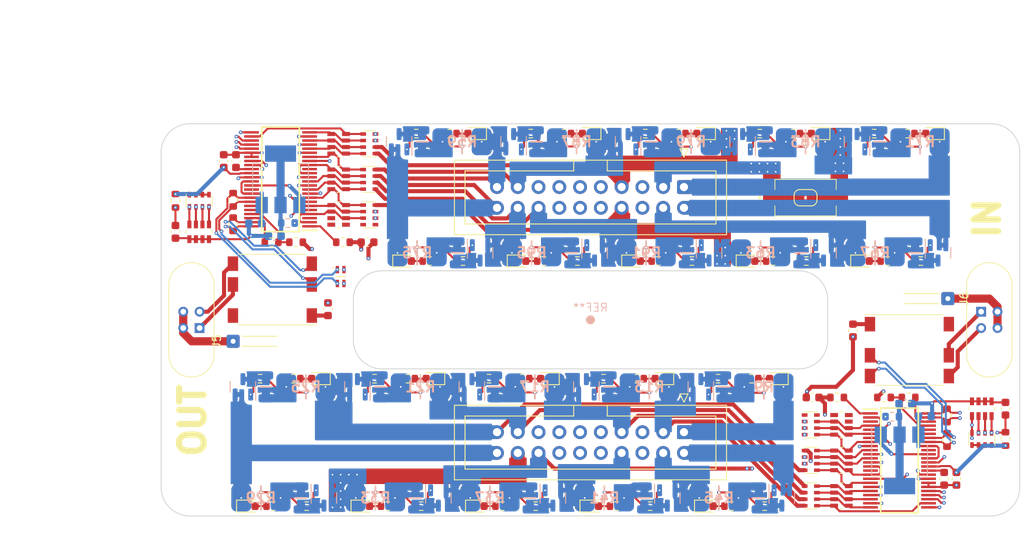
<source format=kicad_pcb>
(kicad_pcb (version 20221018) (generator pcbnew)
  (layers (0 "F.Cu" power) (1 "In1.Cu" signal) (2 "In2.Cu" signal) (31 "B.Cu" signal) (34 "B.Paste" user) (35 "F.Paste" user) (36 "B.SilkS" user "B.Silkscreen") (37 "F.SilkS" user "F.Silkscreen") (38 "B.Mask" user) (39 "F.Mask" user) (44 "Edge.Cuts" user))
  (net 0 "")
  (net 1 "Net-(IC1-VREF2)")
  (net 2 "/C1-")
  (net 3 "/L_LTC/VREF2")
  (net 4 "/L_LTC/VREG")
  (net 5 "/TH1+")
  (net 6 "/TH2+")
  (net 7 "/TH3+")
  (net 8 "/L_LTC/C0")
  (net 9 "/L_LTC/C1")
  (net 10 "/L_LTC/C2")
  (net 11 "/L_LTC/C3")
  (net 12 "/L_LTC/C4")
  (net 13 "/L_LTC/C5")
  (net 14 "/L_LTC/C7")
  (net 15 "/L_LTC/C8")
  (net 16 "Net-(Q1-C)")
  (net 17 "/C10+")
  (net 18 "/C20+")
  (net 19 "/C11-")
  (net 20 "Net-(IC2-VREF2)")
  (net 21 "/R_LTC/VREF2")
  (net 22 "/R_LTC/VREG")
  (net 23 "Net-(Q12-C)")
  (net 24 "/L_LTC/C9")
  (net 25 "/L_LTC/C10")
  (net 26 "/L_LTC/C11")
  (net 27 "/R_LTC/C5")
  (net 28 "/R_LTC/C4")
  (net 29 "/R_LTC/C10")
  (net 30 "/R_LTC/C9")
  (net 31 "/R_LTC/C11")
  (net 32 "/C3+")
  (net 33 "Net-(D1-A)")
  (net 34 "/C2+")
  (net 35 "/C1+")
  (net 36 "Net-(D3-A)")
  (net 37 "Net-(D4-A)")
  (net 38 "/C4+")
  (net 39 "Net-(D5-A)")
  (net 40 "Net-(D6-A)")
  (net 41 "/C6+")
  (net 42 "Net-(D7-A)")
  (net 43 "/C7+")
  (net 44 "Net-(D8-A)")
  (net 45 "/C8+")
  (net 46 "Net-(D9-A)")
  (net 47 "/C9+")
  (net 48 "Net-(D10-A)")
  (net 49 "/C14+")
  (net 50 "Net-(D11-A)")
  (net 51 "/C18+")
  (net 52 "Net-(D12-A)")
  (net 53 "/C19+")
  (net 54 "Net-(D13-A)")
  (net 55 "/C13+")
  (net 56 "Net-(D14-A)")
  (net 57 "/C15+")
  (net 58 "Net-(D15-A)")
  (net 59 "/C11+")
  (net 60 "Net-(D16-A)")
  (net 61 "/C12+")
  (net 62 "Net-(D17-A)")
  (net 63 "Net-(D18-A)")
  (net 64 "/C17+")
  (net 65 "Net-(D19-A)")
  (net 66 "/C16+")
  (net 67 "Net-(D20-A)")
  (net 68 "Net-(IC1-V+)")
  (net 69 "/R_LTC/C1")
  (net 70 "/R_LTC/C0")
  (net 71 "/R_LTC/C7")
  (net 72 "/R_LTC/C3")
  (net 73 "/R_LTC/C2")
  (net 74 "/R_LTC/C8")
  (net 75 "/L_LTC/S12")
  (net 76 "/L_LTC/S11")
  (net 77 "/L_LTC/S10")
  (net 78 "/L_LTC/S9")
  (net 79 "/L_LTC/S8")
  (net 80 "/L_LTC/S7")
  (net 81 "Net-(IC1-DRIVE)")
  (net 85 "Net-(IC1-IBIAS)")
  (net 86 "Net-(IC1-ICMP)")
  (net 87 "/L_LTC/IMB")
  (net 88 "/L_LTC/IPB")
  (net 89 "Net-(IC2-V+)")
  (net 90 "/L_LTC/S6")
  (net 91 "/L_LTC/S5")
  (net 92 "/L_LTC/S4")
  (net 93 "/L_LTC/S3")
  (net 94 "/L_LTC/S2")
  (net 95 "/L_LTC/S1")
  (net 96 "/R_LTC/S12")
  (net 97 "/R_LTC/S11")
  (net 98 "/R_LTC/S10")
  (net 99 "/R_LTC/S9")
  (net 100 "/R_LTC/S8")
  (net 101 "/R_LTC/S7")
  (net 102 "Net-(IC2-DRIVE)")
  (net 106 "Net-(IC2-IBIAS)")
  (net 107 "Net-(IC2-ICMP)")
  (net 109 "/C5+")
  (net 110 "/TH5+")
  (net 111 "/TH7+")
  (net 112 "/TH6+")
  (net 113 "Net-(Q2-G)")
  (net 114 "Net-(Q2-D)")
  (net 115 "Net-(Q4-G)")
  (net 116 "Net-(Q4-D)")
  (net 117 "Net-(Q5-G)")
  (net 118 "Net-(Q5-D)")
  (net 119 "Net-(Q6-G)")
  (net 120 "Net-(Q6-D)")
  (net 121 "Net-(Q7-G)")
  (net 122 "Net-(Q7-D)")
  (net 123 "Net-(Q8-G)")
  (net 124 "Net-(Q8-D)")
  (net 125 "Net-(Q9-G)")
  (net 126 "Net-(Q9-D)")
  (net 127 "Net-(Q10-G)")
  (net 128 "Net-(Q10-D)")
  (net 129 "Net-(Q11-G)")
  (net 130 "Net-(Q11-D)")
  (net 131 "Net-(Q13-G)")
  (net 132 "Net-(Q13-D)")
  (net 133 "Net-(Q14-G)")
  (net 134 "Net-(Q14-D)")
  (net 135 "Net-(Q15-G)")
  (net 136 "Net-(Q15-D)")
  (net 137 "Net-(Q16-G)")
  (net 138 "Net-(Q16-D)")
  (net 139 "Net-(Q17-G)")
  (net 140 "Net-(Q17-D)")
  (net 141 "Net-(Q18-G)")
  (net 142 "Net-(Q18-D)")
  (net 143 "Net-(Q19-G)")
  (net 144 "Net-(Q19-D)")
  (net 145 "Net-(Q20-G)")
  (net 146 "Net-(Q20-D)")
  (net 147 "Net-(Q21-G)")
  (net 148 "Net-(Q21-D)")
  (net 149 "Net-(Q22-G)")
  (net 150 "Net-(Q22-D)")
  (net 151 "/R_LTC/S6")
  (net 152 "/R_LTC/S5")
  (net 153 "/R_LTC/S4")
  (net 154 "/R_LTC/S3")
  (net 155 "/R_LTC/S2")
  (net 156 "/R_LTC/S1")
  (net 157 "/IMA")
  (net 158 "/IPA")
  (net 159 "/IMB")
  (net 160 "/IPB")
  (net 161 "/R_LTC/IMA")
  (net 162 "/R_LTC/IPA")
  (net 163 "Net-(J3-Pin_2)")
  (net 174 "/TH4+")
  (net 175 "/TH8+")
  (net 176 "/C11_SW+")
  (net 178 "Net-(C6-Pad1)")
  (net 179 "Net-(C7-Pad2)")
  (net 180 "Net-(J3-Pin_1)")
  (net 181 "Net-(J3-Pin_3)")
  (net 182 "Net-(J4-Pin_1)")
  (net 183 "Net-(J4-Pin_2)")
  (net 185 "Net-(F1-Pad1)")
  (net 186 "Net-(D2-A)")
  (net 187 "Net-(Q3-G)")
  (net 188 "Net-(Q3-D)")
  (net 189 "/TH10+")
  (net 190 "/TH9+")
  (net 194 "Net-(F2-Pad1)")
  (net 195 "Net-(F3-Pad1)")
  (net 196 "Net-(F4-Pad1)")
  (net 197 "Net-(F5-Pad1)")
  (net 198 "Net-(F6-Pad1)")
  (net 199 "Net-(F7-Pad1)")
  (net 200 "Net-(F8-Pad1)")
  (net 201 "Net-(F9-Pad1)")
  (net 202 "Net-(F10-Pad1)")
  (net 203 "Net-(F11-Pad1)")
  (net 204 "Net-(F12-Pad1)")
  (net 205 "Net-(F13-Pad1)")
  (net 206 "Net-(F14-Pad1)")
  (net 207 "Net-(F15-Pad1)")
  (net 208 "Net-(F16-Pad1)")
  (net 209 "Net-(F17-Pad1)")
  (net 210 "Net-(F18-Pad1)")
  (net 211 "Net-(F19-Pad1)")
  (net 212 "Net-(F20-Pad1)")
  (net 213 "Net-(J4-Pin_3)")
  (footprint "Resistor_SMD:R_0603_1608Metric" (layer "F.Cu") (at 169.193751 81.2)
    (fp_text reference "R18" hide)
    (fp_text value "330" hide)
  )
  (footprint "Resistor_SMD:R_0603_1608Metric" (layer "F.Cu") (at 197.193751 81.2)
    (fp_text reference "R10" hide)
    (fp_text value "330" hide)
  )
  (footprint "Resistor_SMD:R_0603_1608Metric" (layer "F.Cu") (at 133.8 62.3 90)
    (fp_text reference "R32" hide)
    (fp_text value "120" hide)
  )
  (footprint "Resistor_SMD:R_0603_1608Metric" (layer "F.Cu") (at 175.9 66.8)
    (fp_text reference "R97" hide)
    (fp_text value "3.3k" hide)
  )
  (footprint "Resistor_SMD:R_0603_1608Metric" (layer "F.Cu") (at 138.706248 96.8 180)
    (fp_text reference "R30" hide)
    (fp_text value "330" hide)
  )
  (footprint "Resistor_SMD:R_0603_1608Metric" (layer "F.Cu") (at 213.806248 66.8 180)
    (fp_text reference "R68" hide)
    (fp_text value "330" hide)
  )
  (footprint "Connector_Wire:SolderWire-0.1sqmm_1x01_D0.4mm_OD1mm_Relief" (layer "F.Cu") (at 133.8 76.625 90)
    (fp_text reference "J5")
    (fp_text value "Conn_01x01_Pin")
  )
  (footprint "LED_SMD:LED_0603_1608Metric" (layer "F.Cu") (at 210.80625 66.8)
    (fp_text reference "D13" hide)
    (fp_text value "LED" hide)
  )
  (footprint "LED_SMD:LED_0603_1608Metric" (layer "F.Cu") (at 154.80625 66.8)
    (fp_text reference "D15" hide)
    (fp_text value "LED" hide)
  )
  (footprint "LED_SMD:LED_0603_1608Metric" (layer "F.Cu") (at 191.29375 51.199999 180)
    (fp_text reference "D16" hide)
    (fp_text value "LED" hide)
  )
  (footprint "MountingHole:MountingHole_3.2mm_M3" (layer "F.Cu") (at 128.5 53.5)
    (fp_text reference "H2" hide)
    (fp_text value "MountingHole" hide)
  )
  (footprint "Resistor_SMD:R_0603_1608Metric" (layer "F.Cu") (at 217.9 66.8)
    (fp_text reference "R69" hide)
    (fp_text value "3.3k" hide)
  )
  (footprint "LED_SMD:LED_0603_1608Metric" (layer "F.Cu") (at 205.29375 51.199999 180)
    (fp_text reference "D17" hide)
    (fp_text value "LED" hide)
  )
  (footprint "Resistor_SMD:R_0603_1608Metric" (layer "F.Cu") (at 189.9 66.8)
    (fp_text reference "R93" hide)
    (fp_text value "3.3k" hide)
  )
  (footprint "Resistor_SMD:R_0603_1608Metric" (layer "F.Cu") (at 165.1 81.2 180)
    (fp_text reference "R19" hide)
    (fp_text value "3.3k" hide)
  )
  (footprint "Resistor_SMD:R_0603_1608Metric" (layer "F.Cu") (at 198.8 96.8)
    (fp_text reference "R47" hide)
    (fp_text value "3.3k" hide)
  )
  (footprint "Samacsys:CA064X104K4RACAUTO" (layer "F.Cu") (at 146.7 52.45 90)
    (fp_text reference "CN2" hide)
    (fp_text value "100nF" hide)
  )
  (footprint "Resistor_SMD:R_0603_1608Metric" (layer "F.Cu") (at 141.5 64.5)
    (fp_text reference "R54" hide)
    (fp_text value "1k" hide)
  )
  (footprint "LED_SMD:LED_0603_1608Metric" (layer "F.Cu") (at 172.19375 81.199999 180)
    (fp_text reference "D3" hide)
    (fp_text value "LED" hide)
  )
  (footprint "Capacitor_SMD:C_0603_1608Metric" (layer "F.Cu") (at 126.75 63.225 -90)
    (fp_text reference "C5" hide)
    (fp_text value "100nF")
  )
  (footprint "Resistor_SMD:R_0603_1608Metric" (layer "F.Cu") (at 156.8 96.8)
    (fp_text reference "R35" hide)
    (fp_text value "3.3k" hide)
  )
  (footprint "Resistor_SMD:R_0603_1608Metric" (layer "F.Cu") (at 147.23462 64.5)
    (fp_text reference "R51" hide)
    (fp_text value "100" hide)
  )
  (footprint "Samacsys:EXBV8V101JV" (layer "F.Cu") (at 204.44038 95.55 -90)
    (fp_text reference "RN1" hide)
    (fp_text value "100" hide)
  )
  (footprint "MountingHole:MountingHole_3.2mm_M3" (layer "F.Cu") (at 128.5 94.5)
    (fp_text reference "H3" hide)
    (fp_text value "MountingHole" hide)
  )
  (footprint "LED_SMD:LED_0603_1608Metric" (layer "F.Cu") (at 163.70625 96.8)
    (fp_text reference "D8" hide)
    (fp_text value "LED" hide)
  )
  (footprint "Capacitor_SMD:C_0603_1608Metric" (layer "F.Cu") (at 222.25 93.45 -90)
    (fp_text reference "C2" hide)
    (fp_text value "1uF" hide)
  )
  (footprint "Resistor_SMD:R_0603_1608Metric" (layer "F.Cu") (at 188.293751 51.2)
    (fp_text reference "R80" hide)
    (fp_text value "330" hide)
  )
  (footprint "Samacsys:SOP50P780X200-48N" (layer "F.Cu") (at 215.29038 91.2)
    (fp_text reference "IC1" hide)
    (fp_text value "LTC6804HG-1#PBF" hide)
  )
  (footprint "Capacitor_SMD:C_0603_1608Metric" (layer "F.Cu") (at 145.4 72.7 90)
    (fp_text reference "C6" hide)
    (fp_text value "10nF")
  )
  (footprint "Connector_IDC:IDC-Header_2x10_P2.54mm_Vertical" (layer "F.Cu") (at 188.93 87.7475 -90)
    (fp_text reference "J1" hide)
    (fp_text value "L_LTC_CONN")
  )
  (footprint "Resistor_SMD:R_0603_1608Metric" (layer "F.Cu") (at 194.706248 96.8 180)
    (fp_text reference "R46" hide)
    (fp_text value "330" hide)
  )
  (footprint "Samacsys:EXBV8V101JV" (layer "F.Cu") (at 150.45 61.15 90)
    (fp_text reference "RN6" hide)
    (fp_text value "100" hide)
  )
  (footprint "Connector_IDC:IDC-Header_2x10_P2.54mm_Vertical" (layer "F.Cu") (at 188.93 57.7475 -90)
    (fp_text reference "J2" hide)
    (fp_text value "R_LTC_CONN")
  )
  (footprint "Resistor_SMD:R_0603_1608Metric" (layer "F.Cu") (at 213.4 83.5 180)
    (fp_text reference "R8" hide)
    (fp_text value "1k" hide)
  )
  (footprint "Resistor_SMD:R_0603_1608Metric" (layer "F.Cu") (at 126.75 59.425 90)
    (fp_text reference "R3" hide)
    (fp_text value "10k")
  )
  (footprint "Resistor_SMD:R_0603_1608Metric" (layer "F.Cu") (at 170.8 96.8)
    (fp_text reference "R39" hide)
    (fp_text value "3.3k" hide)
  )
  (footprint "Samacsys:EXBV8V101JV" (layer "F.Cu") (at 129.65 59.425)
    (fp_text reference "RN8" hide)
    (fp_text value "10k" hide)
  )
  (footprint "Resistor_SMD:R_0603_1608Metric" (layer "F.Cu") (at 216.4 83.5 180)
    (fp_text reference "R7" hide)
    (fp_text value "1k" hide)
  )
  (footprint "LED_SMD:LED_0603_1608Metric" (layer "F.Cu") (at 219.29375 51.199999 180)
    (fp_text reference "D14" hide)
    (fp_text value "LED" hide)
  )
  (footprint "Resistor_SMD:R_0603_1608Metric" (layer "F.Cu") (at 155.193751 81.2)
    (fp_text reference "R22" hide)
    (fp_text value "330" hide)
  )
  (footprint "Resistor_SMD:R_0603_1608Metric" (layer "F.Cu") (at 157.806248 66.8 180)
    (fp_text reference "R76" hide)
    (fp_text value "330" hide)
  )
  (footprint "Resistor_SMD:R_0603_1608Metric" (layer "F.Cu") (at 207.66538 83.5 180)
    (fp_text reference "R4" hide)
    (fp_text value "100" hide)
  )
  (footprint "Resistor_SMD:R_0603_1608Metric" (layer "F.Cu") (at 160.293751 51.2)
    (fp_text reference "R60" hide)
    (fp_text value "330" hide)
  )
  (footprint "LED_SMD:LED_0603_1608Metric" (layer "F.Cu") (at 177.29375 51.199999 180)
    (fp_text reference "D18" hide)
    (fp_text value "LED" hide)
  )
  (footprint "MountingHole:MountingHole_3.2mm_M3" (layer "F.Cu") (at 226.5 94.5)
    (fp_text reference "H4" hide)
    (fp_text value "MountingHole" hide)
  )
  (footprint "Resistor_SMD:R_0603_1608Metric" (layer "F.Cu") (at 166.706248 96.8 180)
    (fp_text reference "R38" hide)
    (fp_text value "330" hide)
  )
  (footprint "Samacsys:CA064X104K4RACAUTO" (layer "F.Cu") (at 208.19038 91.2 -90)
    (fp_text reference "CN3" hide)
    (fp_text value "100nF" hide)
  )
  (footprint "Samacsys:HM1236NL" (layer "F.Cu") (at 216.5 77.7)
    (fp_text reference "T3" hide)
    (fp_text value "HM1236NL" hide)
  )
  (footprint "Resistor_SMD:R_0603_1608Metric" (layer "F.Cu") (at 183.193751 81.2)
    (fp_text reference "R14" hide)
    (fp_text value "330" hide)
  )
  (footprint "Capacitor_SMD:C_0603_1608Metric" (layer "F.Cu") (at 204.66538 83.5 180)
    (fp_text reference "C19" hide)
    (fp_text value "100nf" hide)
  )
  (footprint "LED_SMD:LED_0603_1608Metric" (layer "F.Cu") (at 168.80625 66.8)
    (fp_text reference "D20" hide)
    (fp_text value "LED" hide)
  )
  (footprint "Samacsys:M80-51004YY" (layer "F.Cu") (at 225.275 73 -90)
    (fp_text reference "J4" hide)
    (fp_text value "M80-5100442" hide)
  )
  (footprint "Resistor_SMD:R_0603_1608Metric" (layer "F.Cu") (at 216.293751 51.2)
    (fp_text reference "R72" hide)
    (fp_text value "330" hide)
  )
  (footprint "Samacsys:SOP50P780X200-48N" (layer "F.Cu") (at 139.6 56.8 180)
    (fp_text reference "IC2" hide)
    (fp_text value "LTC6804HG-1#PBF" hide)
  )
  (footprint "Resistor_SMD:R_0603_1608Metric" (layer "F.Cu") (at 171.806248 66.8 180)
    (fp_text reference "R96" hide)
    (fp_text value "330" hide)
  )
  (footprint "Resistor_SMD:R_0603_1608Metric" (layer "F.Cu") (at 203.9 66.8)
    (fp_text reference "R65" hide)
    (fp_text value "3.3k" hide)
  )
  (footprint "LED_SMD:LED_0603_1608Metric" (layer "F.Cu") (at 158.19375 81.199999 180)
    (fp_text reference "D4" hide)
    (fp_text value "LED" hide)
  )
  (footprint "Capacitor_SMD:C_0603_1608Metric" (layer "F.Cu") (at 132.65 54.56538 90)
    (fp_text reference "C22" hide)
    (fp_text value "1uF" hide)
  )
  (footprint "Resistor_SMD:R_0603_1608Metric" (layer "F.Cu") (at 137.1 81.2 180)
    (fp_text reference "R27" hide)
    (fp_text value "3.3k" hide)
  )
  (footprint "Resistor_SMD:R_0603_1608Metric" (layer "F.Cu") (at 141.193751 81.2)
    (fp_text reference "R26" hide)
    (fp_text value "330" hide)
  )
  (footprint "LED_SMD:LED_0603_1608Metric" (layer "F.Cu") (at 177.70625 96.8)
    (fp_text reference "D9" hide)
    (fp_text value "LED" hide)
  )
  (footprint "LED_SMD:LED_0603_1608Metric" (layer "F.Cu") (at 186.19375 81.199999 180)
    (fp_text reference "D2" hide)
    (fp_text value "LED" hide)
  )
  (footprint "Samacsys:EXBV8V101JV" (layer "F.Cu") (at 150.45 52.45 90)
    (fp_text reference "RN2" hide)
    (fp_text value "100" hide)
  )
  (footprint "LED_SMD:LED_0603_1608Metric" (layer "F.Cu") (at 163.29375 51.199999 180)
    (fp_text reference "D11" hide)
    (fp_text value "LED" hide)
  )
  (footprint "Connector_Wire:SolderWire-0.1sqmm_1x01_D0.4mm_OD1mm_Relief" (layer "F.Cu") (at 221.2 71.4 -90)
    (fp_text reference "J6")
    (fp_text value "Conn_01x01_Pin")
  )
  (footprint "Samacsys:EXBV8V101JV" (layer "F.Cu") (at 204.44038 86.85 -90)
    (fp_text reference "RN5" hide)
    (fp_text value "100" hide)
  )
  (footprint "Resistor_SMD:R_0603_1608Metric" (layer "F.Cu") (at 198.2 51.2 180)
    (fp_text reference "R85" hide)
    (fp_text value "3.3k" hide)
  )
  (footprint "Resistor_SMD:R_0603_1608Metric" (layer "F.Cu") (at 142.8 96.8)
    (fp_text reference "R31" hide)
    (fp_text value "3.3k" hide)
  )
  (footprint "LED_SMD:LED_0603_1608Metric" (layer "F.Cu") (at 144.19375 81.199999 180)
    (fp_text reference "D5" hide)
    (fp_text value "LED" hide)
  )
  (footprint "Resistor_SMD:R_0603_1608Metric" (layer "F.Cu") (at 174.293751 51.2)
    (fp_text reference "R88" hide)
    (fp_text value "330" hide)
  )
  (footprint "Samacsys:CA064X104K4RACAUTO" (layer "F.Cu") (at 146.7 56.8 90)
    (fp_text reference "CN4" hide)
    (fp_text value "100nF" hide)
  )
  (footprint "Samacsys:CA064X104K4RACAUTO" (layer "F.Cu") (at 146.7 61.15 90)
    (fp_text reference "CN6" hide)
    (fp_text value "100nF" hide)
  )
  (footprint "Capacitor_SMD:C_0603_1608Metric" (layer "F.Cu") (at 209.6 75.3 90)
    (fp_text reference "C7" hide)
    (fp_text value "10nF")
  )
  (footprint "MountingHole:MountingHole_3.2mm_M3" (layer "F.Cu") (at 226.5 53.5)
    (fp_text reference "H1" hide)
    (fp_text value "MountingHole" hide)
  )
  (footprint "Resistor_SMD:R_0603_1608Metric" (layer "F.Cu") (at 156.2 51.2 180)
    (fp_text reference "R61" hide)
    (fp_text value "3.3k" hide)
  )
  (footprint "Resistor_SMD:R_0603_1608Metric" (layer "F.Cu") (at 221.1 85.7 -90)
    (fp_text reference "R20" hide)
    (fp_text value "120" hide)
  )
  (footprint "Resistor_SMD:R_0603_1608Metric" (layer "F.Cu") (at 199.806248 66.8 180)
    (fp_text reference "R64" hide)
    (fp_text value "330" hide)
  )
  (footprint "Resistor_SMD:R_0603_1608Metric" (layer "F.Cu") (at 212.2 51.2 180)
    (fp_text reference "R73" hide)
    (fp_text value "3.3k" hide)
  )
  (footprint "Samacsys:EXBV8V101JV" (layer "F.Cu") (at 225.35 88.575 180)
    (fp_text reference "RN7" hide)
    (fp_text value "10k" hide)
  )
  (footprint "Jumper:SolderJumper-2_P1.3mm_Bridged2Bar_RoundedPad1.0x1.5mm" (layer "F.Cu") (at 203.8 59.05)
    (fp_text reference "JP1" hide)
    (fp_text value "MES")
  )
  (footprint "Resistor_SMD:R_0603_1608Metric" (layer "F.Cu") (at 228.25 88.575 -90)
    (fp_text reference "R2" hide)
    (fp_text value "10k")
  )
  (footprint "Resistor_SMD:R_0603_1608Metric" (layer "F.Cu") (at 202.293751 51.2)
    (fp_text reference "R84" hide)
    (fp_text value "330" hide)
  )
  (footprint "LED_SMD:LED_0603_1608Metric" (layer "F.Cu") (at 191.70625 96.8)
    (fp_text reference "D10" hide)
    (fp_text value "LED" hide)
  )
  (footprint "Resistor_SMD:R_0603_1608Metric" (layer "F.Cu") (at 185.806248 66.8 180)
    (fp_text reference "R92" hide)
    (fp_text value "330" hide)
  )
  (footprint "Resistor_SMD:R_0603_1608Metric" (layer "F.Cu") (at 193.1 81.2 180)
    (fp_text reference "R11" hide)
    (fp_text value "3.3k" hide)
  )
  (footprint "LED_SMD:LED_0603_1608Metric" (layer "F.Cu") (at 200.19375 81.199999 180)
    (fp_text reference "D1" hide)
    (fp_text value "LED" hide)
  )
  (footprint "Resistor_SMD:R_0603_1608Metric" (layer "F.Cu") (at 170.2 51.2 180)
    (fp_text reference "R89" hide)
    (fp_text value "3.3k" hide)
  )
  (footprint "Samacsys:A6SN1104" (layer "F.Cu") (at 203.8 59.05 -90)
    (fp_text reference "S1" hide)
    (fp_text value "A6SN-1104" hide)
  )
  (footprint "LED_SMD:LED_0603_1608Metric" (layer "F.Cu") (at 149.70625 96.8)
    (fp_text reference "D7" hide)
    (fp_text value "LED" hide)
  )
  (footprint "Capacitor_SMD:C_0603_1608Metric" (layer "F.Cu") (at 220.75 93.45 -90)
    (fp_text reference "C1" hide)
    (fp_text value "1uF" hide)
  )
  (footprint "LED_SMD:LED_0603_1608Metric" (layer "F.Cu") (at 135.70625 96.8)
    (fp_text reference "D6" hide)
    (fp_text value "LED" hide)
  )
  (footprint "LED_SMD:LED_0603_1608Metric" (layer "F.Cu") (at 196.80625 66.8)
    (fp_text reference "D12" hide)
    (fp_text value "LED" hide)
  )
  (footprint "Resistor_SMD:R_0603_1608Metric" (layer "F.Cu") (at 161.9 66.8)
    (fp_text reference "R77" hide)
    (fp_text value "3.3k" hide)
  )
  (footprint "Samacsys:CA064X104K4RACAUTO" (layer "F.Cu") (at 208.19038 95.55 -90)
    (fp_text reference "CN1" hide)
    (fp_text value "100nF" hide)
  )
  (footprint "Samacsys:DLW21SN121HQ2L" (layer "F.Cu") (at 146.95 68.7 -90)
    (fp_text reference "FL1" hide)
    (fp_text value "DLW21SN501SK2L" hide)
  )
  (footprint "Capacitor_SMD:C_0603_1608Metric" (layer "F.Cu") (at 228.25 84.875 90)
    (fp_text reference "C4" hide)
    (fp_text value "100nF")
  )
  (footprint "Resistor_SMD:R_0603_1608Metric" (layer "F.Cu") (at 221.1 88.7 -90)
    (fp_text reference "R12" hide)
    (fp_text value "120" hide)
  )
  (footprint "Resistor_SMD:R_0603_1608Metric" (layer "F.Cu") (at 184.2 51.2 180)
    (fp_text reference "R81" hide)
    (fp_text value "3.3k" hide)
  )
  (footprint "Capacitor_SMD:C_0603_1608Metric" (layer "F.Cu") (at 134.15 54.56538 90)
    (fp_text reference "C21" hide)
    (fp_text value "1uF" hide)
  )
  (footprint "Resistor_SMD:R_0603_1608Metric" (layer "F.Cu") (at 152.706248 96.8 180)
    (fp_text reference "R34" hide)
    (fp_text value "330" hide)
  )
  (footprint "Samacsys:M80-51004YY" (layer "F.Cu") (at 129.7 75 90)
    (fp_text reference "J3" hide)
    (fp_text value "M80-5100442" hide)
  )
  (footprint "Samacsys:CA064X104K4RACAUTO" (layer "F.Cu") (at 208.19038 86.85 -90)
    (fp_text reference "CN5" hide)
    (fp_text value "100nF" hide)
  )
  (footprint "Resistor_SMD:R_0603_1608Metric" (layer "F.Cu") (at 179.1 81.2 180)
    (fp_text reference "R15" hide)
    (fp_text value "3.3k" hide)
  )
  (footprint "Resistor_SMD:R_0603_1608Metric" (layer "F.Cu") (at 151.1 81.2 180)
    (fp_text reference "R23" hide)
    (fp_text value "3.3k" hide)
  )
  (footprint "Samacsys:CA064X104K4RACAUTO" (layer "F.Cu") (at 225.35 84.875 180)
    (fp_text reference "CN7" hide)
    (fp_text value "100nF" hide)
  )
  (footprint "Resistor_SMD:R_0603_1608Metric" (layer "F.Cu") (at 133.8 59.3 90)
    (fp_text reference "R28" hide)
    (fp_text value "120" hide)
  )
  (footprint "Samacsys:HM1236NL" (layer "F.Cu") (at 138.6 70.3 180)
    (fp_text reference "T1" hide)
    (fp_text value "HM1236NL" hide)
  )
  (footprint "Samacsys:CA064X104K4RACAUTO" (layer "F.Cu") (at 129.65 63.225)
    (fp_text reference "CN8" hide)
    (fp_text value "100nF" hide)
  )
  (footprint "Samacsys:EXBV8V101JV" (layer "F.Cu") (at 150.45 56.8 90)
    (fp_text reference "RN4" hide)
    (fp_text value "100" hide)
  )
  (footprint "Resistor_SMD:R_0603_1608Metric" (layer "F.Cu") (at 180.706248 96.8 180)
    (fp_text reference "R42" hide)
    (fp_text value "330" hide)
  )
  (footprint "Resistor_SMD:R_0603_1608Metric" (layer "F.Cu") (at 138.5 64.5)
    (fp_text reference "R52" hide)
    (fp_text value "1k" hide)
  )
  (footprint "Capacitor_SMD:C_0603_1608Metric" (layer "F.Cu") (at 150.23462 64.5)
    (fp_text reference "C20" hide)
    (fp_text value "100nf" hide)
  )
  (footprint "Samacsys:EXBV8V101JV" (layer "F.Cu") (at 204.44038 91.2 -90)
    (fp_text reference "RN3" hide)
    (fp_text value "100" hide)
  )
  (footprint "LED_SMD:LED_0603_1608Metric" (layer "F.Cu") (at 182.80625 66.8)
    (fp_text reference "D19" hide)
    (fp_text value "LED" hide)
  )
  (footprint "Resistor_SMD:R_0603_1608Metric" (layer "F.Cu") (at 184.8 96.8)
    (fp_text reference "R43" hide)
    (fp_text value "3.3k" hide)
  )
  (footprint "Samacsys:RESC6331X80N" (layer "B.Cu") (at 151.2 95.8 180)
    (fp_text reference "R33")
    (fp_text value "15/2W" hide)
  )
  (footprint "Capacitor_SMD:C_0603_1608Metric" (layer "B.Cu") (at 218.4 85.8)
    (fp_text reference "C3" hide)
    (fp_text value "1uF" hide)
  )
  (footprint "Samacsys:RESC6331X80N" (layer "B.Cu") (at 179.2 95.8 180)
    (fp_text reference "R41")
    (fp_text value "15/2W" hide)
  )
  (footprint "Package_TO_SOT_SMD:SOT-23" (layer "B.Cu") (at 164 65.8 -90)
    (fp_text reference "Q17" hide)
    (fp_text value "CPH3351" hide)
  )
  (footprint "Capacitor_SMD:C_0603_1608Metric" (layer "B.Cu") (at 216 84.25)
    (fp_text reference "C18" hide)
    (fp_text value "100nf" hide)
  )
  (footprint "Samacsys:1206L075SLYR" (layer "B.Cu") (at 170.1 95.8 -90)
    (fp_text reference "F8" hide)
    (fp_text value "6V/6A" hide)
  )
  (footprint "Samacsys:RESC6331X80N" (layer "B.Cu") (at 193.2 95.8 180)
    (fp_text reference "R45")
    (fp_text value "15/2W" hide)
  )
  (footprint "Package_TO_SOT_SMD:SOT-23" (layer "B.Cu") (at 191 82.2 90)
    (fp_text reference "Q2" hide)
    (fp_text value "CPH3351" hide)
  )
  (footprint "Samacsys:1206L075SLYR" (layer "B.Cu") (at 156.9 52.2 90)
    (fp_text reference "F11" hide)
    (fp_text value "6V/6A" hide)
  )
  (footprint "Package_TO_SOT_SMD:SOT-23" (layer "B.Cu") (at 158.9 95.8 -90)
    (fp_text reference "Q8" hide)
    (fp_text value "CPH3351" hide)
  )
  (footprint "Package_TO_SOT_SMD:SOT-23" (layer "B.Cu") (at 177 82.2 90)
    (fp_text reference "Q3" hide)
    (fp_text value "CPH3351" hide)
  )
  (footprint "Samacsys:RESC6331X80N" (layer "B.Cu") (at 198.7 82.2)
    (fp_text reference "R9")
    (fp_text value "15/2W" hide)
  )
  (footprint "Samacsys:1206L075SLYR" (layer "B.Cu") (at 165.8 82.2 90)
    (fp_text reference "F3" hide)
    (fp_text value "6V/6A" hide)
  )
  (footprint "Samacsys:RESC6331X80N" (layer "B.Cu") (at 175.8 52.2)
    (fp_text reference "R87")
    (fp_text value "15/2W" hide)
  )
  (footprint "Samacsys:1206L075SLYR" (layer "B.Cu") (at 217.2 65.8 -90)
    (fp_text reference "F13" hide)
    (fp_text value "6V/6A" hide)
  )
  (footprint "Samacsys:RESC6331X80N" (layer "B.Cu") (at 156.7 82.2)
    (fp_text reference "R21")
    (fp_text value "15/2W" hide)
  )
  (footprint "Samacsys:1206L075SLYR" (layer "B.Cu") (at 198.9 52.2 90)
    (fp_text reference "F17" hide)
    (fp_text value "6V/6A" hide)
  )
  (footprint "Samacsys:1206L075SLYR" (layer "B.Cu") (at 189.2 65.8 -90)
    (fp_text reference "F19" hide)
    (fp_text value "6V/6A" hide)
  )
  (footprint "Samacsys:1206L075SLYR" (layer "B.Cu") (at 179.8 82.2 90)
    (fp_text reference "F2" hide)
    (fp_text value "6V/6A" hide)
  )
  (footprint "Samacsys:1206L075SLYR" (layer "B.Cu") (at 142.1 95.8 -90)
    (fp_text reference "F6" hide)
    (fp_text value "6V/6A" hide)
  )
  (footprint "Samacsys:1206L075SLYR" (layer "B.Cu") (at 193.8 82.2 90)
    (fp_text reference "F1" hide)
    (fp_text value "6V/6A" hide)
  )
  (footprint "Samacsys:RESC6331X80N" (layer "B.Cu") (at 212.3 65.8 180)
    (fp_text reference "R67")
    (fp_text value "15/2W" hide)
  )
  (footprint "Samacsys:RESC6331X80N" (layer "B.Cu") (at 170.3 65.8 180)
    (fp_text reference "R95")
    (fp_text value "15/2W" hide)
  )
  (footprint "Package_TO_SOT_SMD:SOT-23" (layer "B.Cu") (at 182.1 52.2 90)
    (fp_text reference "Q18" hide)
    (fp_text value "CPH3351" hide)
  )
  (footprint "Capacitor_SMD:C_0603_1608Metric" (layer "B.Cu") (at 138.900981 63.746646 180)
    (fp_text reference "C24" hide)
    (fp_text value "100nf" hide)
  )
  (footprint "Samacsys:1206L075SLYR" (layer "B.Cu") (at 184.1 95.8 -90)
    (fp_text reference "F9" hide)
    (fp_text value "6V/6A" hide)
  )
  (footprint "Package_TO_SOT_SMD:SOT-23" (layer "B.Cu") (at 149 82.2 90)
    (fp_text reference "Q5" hide)
    (fp_text value "CPH3351" hide)
  )
  (footprint "Package_TO_SOT_SMD:SOT-23" (layer "B.Cu") (at 206 65.8 -90)
    (fp_text reference "Q14" hide)
    (fp_text value "CPH3351" hide)
  )
  (footprint "Samacsys:RESC6331X80N" (layer "B.Cu") (at 184.7 82.2)
    (fp_text reference "R13")
    (fp_text value "15/2W" hide)
  )
  (footprint "Samacsys:RESC6331X80N" (layer "B.Cu") (at 170.7 82.2)
    (fp_text reference "R17")
    (fp_text value "15/2W" hide)
  )
  (footprint "Samacsys:RESC6331X80N" (layer "B.Cu") (at 142.7 82.2)
    (fp_text reference "R25")
    (fp_text value "15/2W" hide)
  )
  (footprint "Package_TO_SOT_SMD:SOT-23" (layer "B.Cu") (at 178 65.8 -90)
    (fp_text reference "Q22" hide)
    (fp_text value "CPH3351" hide)
  )
  (footprint "Package_TO_SOT_SMD:SOT-23" (layer "B.Cu") (at 135 82.2 90)
    (fp_text reference "Q6" hide)
    (fp_text value "CPH3351" hide)
  )
  (footprint "Samacsys:1206L075SLYR" (layer "B.Cu") (at 203.2 65.8 -90)
    (fp_text reference "F12" hide)
    (fp_text value "6V/6A" hide)
  )
  (footprint "Resistor_SMD:R_0603_1608Metric" (layer "B.Cu") (at 214.4 85.85)
    (fp_text reference "R5" hide)
    (fp_text value "100" hide)
  )
  (footprint "Package_TO_SOT_SMD:SOT-23" (layer "B.Cu") (at 196.1 52.2 90)
    (fp_text reference "Q19" hide)
    (fp_text value "CPH3351" hide)
  )
  (footprint "Package_TO_SOT_SMD:SOT-23" (layer "B.Cu") (at 220 65.8 -90)
    (fp_text reference "Q15" hide)
    (fp_text value "CPH3351" hide)
  )
  (footprint "Samacsys:1206L075SLYR" (layer "B.Cu") (at 184.9 52.2 90)
    (fp_text reference "F16" hide)
    (fp_text value "6V/6A" hide)
  )
  (footprint "Package_TO_SOT_SMD:SOT-23" (layer "B.Cu") (at 192 65.8 -90)
    (fp_text reference "Q21" hide)
    (fp_text value "CPH3351" hide)
  )
  (footprint "Samacsys:1206L075SLYR" (layer "B.Cu") (at 170.9 52.2 90)
    (fp_text reference "F18" hide)
    (fp_text value "6V/6A" hide)
  )
  (footprint "Package_TO_SOT_SMD:SOT-223-3_TabPin2" (layer "B.Cu") (at 215.3 91.2 -90)
    (fp_text reference "Q1" hide)
    (fp_text value "BCP56" hide)
  )
  (footprint "Package_TO_SOT_SMD:SOT-23" (layer "B.Cu") (at 154.1 52.2 90)
    (fp_text reference "Q13" hide)
    (fp_text value "CPH3351" hide)
  )
  (footprint "Package_TO_SOT_SMD:SOT-23" (layer "B.Cu") (at 163 82.2 90)
    (fp_text reference "Q4" hide)
    (fp_text value "CPH3351" hide)
  )
  (footprint "Package_TO_SOT_SMD:SOT-23" (layer "B.Cu") (at 210.1 52.2 90)
    (fp_text reference "Q16" hide)
    (fp_text value "CPH3351" hide)
  )
  (footprint "Package_TO_SOT_SMD:SOT-23" (layer "B.Cu") (at 186.9 95.8 -90)
    (fp_text reference "Q10" hide)
    (fp_text value "CPH3351" hide)
  )
  (footprint "Samacsys:RESC6331X80N" (layer "B.Cu") (at 203.8 52.2)
    (fp_text reference "R83")
    (fp_text value "15/2W" hide)
  )
  (footprint "Package_TO_SOT_SMD:SOT-23" (layer "B.Cu") (at 172.9 95.8 -90)
    (fp_text reference "Q9" hide)
    (fp_text value "CPH3351" hide)
  )
  (footprint "Samacsys:plate" (layer "B.Cu") (at 177.5 74 180)
    (fp_text reference "REF**")
    (fp_text value "plate")
  )
  (footprint "Samacsys:1206L075SLYR" (layer "B.Cu") (at 198.1 95.8 -90)
    (fp_text reference "F10" hide)
    (fp_text value "6V/6A" hide)
  )
  (footprint "Samacsys:1206L075SLYR" (layer "B.Cu") (at 175.2 65.8 -90)
    (fp_text reference "F20" hide)
    (fp_text value "6V/6A" hide)
  )
  (footprint "Samacsys:1206L075SLYR" (layer "B.Cu") (at 212.9 52.2 90)
    (fp_text reference "F14" hide)
    (fp_text value "6V/6A" hide)
  )
  (footprint "Samacsys:RESC6331X80N" (layer "B.Cu") (at 184.3 65.8 180)
    (fp_text reference "R91")
    (fp_text value "15/2W" hide)
  )
  (footprint "Resistor_SMD:R_0603_1608Metric" (layer "B.Cu") (at 140.503101 62.15 180)
    (fp_text reference "R53" hide)
    (fp_text value "100" hide)
  )
  (footprint "Samacsys:RESC6331X80N" (layer "B.Cu") (at 217.8 52.2)
    (fp_text reference "R71")
    (fp_text value "15/2W" hide)
  )
  (footprint "Capacitor_SMD:C_0603_1608Metric" (layer "B.Cu") (at 136.498861 62.201233 180)
    (fp_text reference "C23" hide)
    (fp_text value "1uF" hide)
  )
  (footprint "Samacsys:RESC6331X80N" (layer "B.Cu") (at 156.3 65.8 180)
    (fp_text reference "R75")
    (fp_text value "15/2W" hide)
  )
  (footprint "Package_TO_SOT_SMD:SOT-223-3_TabPin2" (layer "B.Cu") (at 139.6 56.8 90)
    (fp_text reference "Q12" hide)
    (fp_text value "BCP56" hide)
  )
  (footprint "Samacsys:RESC6331X80N" (layer "B.Cu") (at 161.8 52.2)
    (fp_text reference "R59")
    (fp_text value "15/2W" hide)
  )
  (footprint "Samacsys:1206L075SLYR" (layer "B.Cu") (at 156.1 95.8 -90)
    (fp_text reference "F7" hide)
    (fp_text value "6V/6A" hide)
  )
  (footprint "Samacsys:1206L075SLYR" (layer "B.Cu") (at 151.8 82.2 90)
    (fp_text reference "F4" hide)
    (fp_text value "6V/6A" hide)
  )
  (footprint "Package_TO_SOT_SMD:SOT-23" (layer "B.Cu") (at 200.9 95.8 -90)
    (fp_text reference "Q11" hide)
    (fp_text value "CPH3351" hide)
  )
  (footprint "Samacsys:RESC6331X80N" (layer "B.Cu") (at 137.2 95.8 180)
    (fp_text reference "R29")
    (fp_text value "15/2W" hide)
  )
  (footprint "Package_TO_SOT_SMD:SOT-23" (layer "B.Cu") (at 144.9 95.8 -90)
    (fp_text reference "Q7" hide)
    (fp_text value "CPH3351" hide)
  )
  (footprint "Samacsys:RESC6331X80N" (layer "B.Cu") (at 165.2 95.8 180)
    (fp_text reference "R37")
    (fp_text value "15/2W" hide)
  )
  (footprint "Samacsys:RESC6331X80N" (layer "B.Cu") (at 189.8 52.2)
    (fp_text reference "R79")
    (fp_text value "15/2W" hide)
  )
  (footprint "Samacsys:RESC6331X80N" (layer "B.Cu") (at 198.3 65.8 180)
    (fp_text reference "R63")
    (fp_text value "15/2W" hide)
  )
  (footprint "Samacsys:1206L075SLYR" (layer "B.Cu") (at 137.8 82.2 90)
    (fp_text reference "F5" hide)
    (fp_text value "6V/6A" hide)
  )
  (footprint "Package_TO_SOT_SMD:SOT-23" (layer "B.Cu") (at 168.1 52.2 90)
    (fp_text reference "Q20" hide)
    (fp_text value "CPH3351" hide)
  )
  (footprint "Samacsys:1206L075SLYR" (layer "B.Cu") (at 161.2 65.8 -90)
    (fp_text reference "F15" hide)
    (fp_text value "6V/6A" hide)
  )
  (gr_arc (start 206.5 76.499998) (mid 205.474874 78.974872) (end 203 79.999998) (stroke (width 0.1)) (layer "Edge.Cuts"))
  (gr_line (start 152 79.999999) (end 203 79.999999) (stroke (width 0.1)) (layer "Edge.Cuts"))
  (gr_arc locked (start 226.5 50) (mid 228.974874 51.025126) (end 230 53.5) (stroke (width 0.1)) (layer "Edge.Cuts"))
  (gr_line (start 203 68.000001) (end 152 68.000001) (stroke (width 0.1)) (layer "Edge.Cuts"))
  (gr_arc (start 148.5 71.5) (mid 149.525126 69.025126) (end 152 68) (stroke (width 0.1)) (layer "Edge.Cuts"))
  (gr_line locked (start 128.5 50) (end 226.5 50) (stroke (width 0.1)) (layer "Edge.Cuts"))
  (gr_arc locked (start 128.5 98) (mid 126.025126 96.974874) (end 125 94.5) (stroke (width 0.1)) (layer "Edge.Cuts"))
  (gr_arc locked (start 125 53.5) (mid 126.025126 51.025126) (end 128.5 50) (stroke (width 0.1)) (layer "Edge.Cuts"))
  (gr_arc (start 203 68) (mid 205.474873 69.025126) (end 206.5 71.5) (stroke (width 0.1)) (layer "Edge.Cuts"))
  (gr_line locked (start 230 53.5) (end 230 94.5) (stroke (width 0.1)) (layer "Edge.Cuts"))
  (gr_arc (start 152 79.999999) (mid 149.525127 78.974873) (end 148.5 76.499999) (stroke (width 0.1)) (layer "Edge.Cuts"))
  (gr_line locked (start 226.5 98) (end 128.5 98) (stroke (width 0.1)) (layer "Edge.Cuts"))
  (gr_arc locked (start 230 94.5) (mid 228.974874 96.974874) (end 226.5 98) (stroke (width 0.1)) (layer "Edge.Cuts"))
  (gr_line (start 148.5 71.5) (end 148.5 76.499999) (stroke (width 0.1)) (layer "Edge.Cuts"))
  (gr_line (start 206.5 71.5) (end 206.5 76.499998) (stroke (width 0.1)) (layer "Edge.Cuts"))
  (gr_line locked (start 125 94.5) (end 125 53.5) (stroke (width 0.1)) (layer "Edge.Cuts"))
  (gr_text "IN" (at 227.75 64.35 90) (layer "F.SilkS") (effects (font (size 3 3) (thickness 0.75) bold) (justify left bottom)))
  (gr_text "OUT" (at 130.6 91.1 90) (layer "F.SilkS") (effects (font (size 3 3) (thickness 0.75) bold) (justify left bottom)))
  (segment (start 220.75 92.675) (end 220.525 92.45) (width 0.25) (layer "F.Cu") (net 1))
  (segment (start 220.525 92.45) (end 218.84038 92.45) (width 0.25) (layer "F.Cu") (net 1))
  (segment (start 219.525 83.975) (end 224.15 83.975) (width 0.25) (layer "F.Cu") (net 2))
  (segment (start 220.75 94.225) (end 220.525 94.45) (width 0.25) (layer "F.Cu") (net 2))
  (segment (start 213.325 82.75) (end 212.575 83.5) (width 0.5) (layer "F.Cu") (net 2))
  (segment (start 228.25 84.1) (end 226.675 84.1) (width 0.25) (layer "F.Cu") (net 2))
  (segment (start 225.75 83.975) (end 224.95 83.975) (width 0.25) (layer "F.Cu") (net 2))
  (segment (start 224.95 83.975) (end 224.15 83.975) (width 0.25) (layer "F.Cu") (net 2))
  (segment (start 202.792095 96.75) (end 203.69038 96.75) (width 0.5) (layer "F.Cu") (net 2))
  (segment (start 209.6 80.15) (end 209.6 76.075) (width 0.5) (layer "F.Cu") (net 2))
  (segment (start 218.84038 94.45) (end 218.84038 93.95) (width 0.25) (layer "F.Cu") (net 2))
  (segment (start 201.1 81.318749) (end 200.98125 81.199999) (width 0.2) (layer "F.Cu") (net 2))
  (segment (start 226.55 83.975) (end 226.66538 83.975) (width 0.25) (layer "F.Cu") (net 2))
  (segment (start 203.975 82.75) (end 204.525 82.2) (width 0.5) (layer "F.Cu") (net 2))
  (segment (start 203.975 82.75) (end 203.975 83.41538) (width 0.5) (layer "F.Cu") (net 2))
  (segment (start 203.975 83.41538) (end 203.89038 83.5) (width 0.5) (layer "F.Cu") (net 2))
  (segment (start 226.55 83.975) (end 225.75 83.975) (width 0.25) (layer "F.Cu") (net 2))
  (segment (start 201.1 82.2) (end 201.1 81.318749) (width 0.2) (layer "F.Cu") (net 2))
  (segment (start 222.25 94.225) (end 222.25 94.35962) (width 0.25) (layer "F.Cu") (net 2))
  (segment (start 226.675 84.1) (end 226.55 83.975) (width 0.25) (layer "F.Cu") (net 2))
  (segment (start 220.1 91.45) (end 218.84038 91.45) (width 0.25) (layer "F.Cu") (net 2))
  (segment (start 220.525 94.45) (end 218.84038 94.45) (width 0.25) (layer "F.Cu") (net 2))
  (segment (start 219.275 84.225) (end 219.525 83.975) (width 0.25) (layer "F.Cu") (net 2))
  (segment (start 220.775 90.775) (end 220.1 91.45) (width 0.25) (layer "F.Cu") (net 2))
  (segment (start 188.93 87.7475) (end 193.789595 87.7475) (width 0.5) (layer "F.Cu") (net 2))
  (segment (start 193.789595 87.7475) (end 202.792095 96.75) (width 0.5) (layer "F.Cu") (net 2))
  (segment (start 204.525 82.2) (end 207.55 82.2) (width 0.5) (layer "F.Cu") (net 2))
  (segment (start 220.75 94.225) (end 222.25 94.225) (width 0.25) (layer "F.Cu") (net 2))
  (segment (start 207.55 82.2) (end 209.6 80.15) (width 0.5) (layer "F.Cu") (net 2))
  (via (at 219.275 84.225) (size 0.45) (drill 0.2) (layers "F.Cu" "B.Cu") (net 2))
  (via (at 203.975 82.75) (size 0.45) (drill 0.2) (layers "F.Cu" "B.Cu") (net 2))
  (via (at 220.775 90.775) (size 0.45) (drill 0.2) (layers "F.Cu" "B.Cu") (net 2))
  (via (at 209.6 76.075) (size 0.45) (drill 0.2) (layers "F.Cu" "B.Cu") (net 2))
  (via (at 222.25 94.225) (size 0.45) (drill 0.2) (layers "F.Cu" "B.Cu") (net 2))
  (via (at 213.325 82.75) (size 0.45) (drill 0.2) (layers "F.Cu" "B.Cu") (net 2))
  (via (at 201.1 82.2) (size 0.45) (drill 0.2) (layers "F.Cu" "B.Cu") (net 2))
  (segment (start 216.8 84.225) (end 216.775 84.25) (width 0.5) (layer "B.Cu") (net 2))
  (segment (start 219.275 85.7) (end 219.175 85.8) (width 0.5) (layer "B.Cu") (net 2))
  (segment (start 219.275 84.225) (end 216.8 84.225) (width 0.5) (layer "B.Cu") (net 2))
  (segment (start 219.275 84.225) (end 219.275 85.7) (width 0.5) (layer "B.Cu") (net 2))
  (segment (start 224.95 89.325) (end 225.75 89.325) (width 0.25) (layer "F.Cu") (net 3))
  (segment (start 226.55 89.325) (end 228.175 89.325) (width 0.25) (layer "F.Cu") (net 3))
  (segment (start 228.175 89.325) (end 228.25 89.4) (width 0.25) (layer "F.Cu") (net 3))
  (segment (start 222.25 92.675) (end 221.475 91.9) (width 0.25) (layer "F.Cu") (net 3))
  (segment (start 220.222182 91.95) (end 218.84038 91.95) (width 0.25) (layer "F.Cu") (net 3))
  (segment (start 225.75 89.325) (end 226.55 89.325) (width 0.25) (layer "F.Cu") (net 3))
  (segment (start 224.15 89.325) (end 224.95 89.325) (width 0.25) (layer "F.Cu") (net 3))
  (segment (start 221.475 91.9) (end 220.272182 91.9) (width 0.25) (layer "F.Cu") (net 3))
  (segment (start 220.272182 91.9) (end 220.222182 91.95) (width 0.25) (layer "F.Cu") (net 3))
  (via (at 222.25 92.675) (size 0.45) (drill 0.2) (layers "F.Cu" "B.Cu") (net 3))
  (via (at 228.25 89.4) (size 0.45) (drill 0.2) (layers "F.Cu" "B.Cu") (net 3))
  (segment (start 225.525 89.4) (end 228.25 89.4) (width 0.5) (layer "B.Cu") (net 3))
  (segment (start 222.25 92.675) (end 225.525 89.4) (width 0.5) (layer "B.Cu") (net 3))
  (segment (start 220.06538 90.73462) (end 219.85 90.95) (width 0.25) (layer "F.Cu") (net 4))
  (segment (start 217.6 89.5) (end 217.65 89.45) (width 0.25) (layer "F.Cu") (net 4))
  (segment (start 218.84038 89.45) (end 219.85 89.45) (width 0.25) (layer "F.Cu") (net 4))
  (segment (start 219.85 89.45) (end 220.06538 89.66538) (width 0.25) (layer "F.Cu") (net 4))
  (segment (start 220.06538 89.66538) (end 220.06538 90.73462) (width 0.25) (layer "F.Cu") (net 4))
  (segment (start 219.85 90.95) (end 218.84038 90.95) (width 0.25) (layer "F.Cu") (net 4))
  (segment (start 217.65 89.45) (end 218.84038 89.45) (width 0.25) (layer "F.Cu") (net 4))
  (via (at 217.6 89.5) (size 0.45) (drill 0.2) (layers "F.Cu" "B.Cu") (net 4))
  (segment (start 217.625 85.8) (end 217.625 88.025) (width 0.5) (layer "B.Cu") (net 4))
  (segment (start 217.6 89.5) (end 217.6 88.05) (width 0.5) (layer "B.Cu") (net 4))
  (segment (start 217.625 88.025) (end 217.6 88.05) (width 0.5) (layer "B.Cu") (net 4))
  (segment (start 219.94939 95.95) (end 218.84038 95.95) (width 0.25) (layer "F.Cu") (net 5))
  (segment (start 227.25 87.8) (end 228.2 87.8) (width 0.25) (layer "F.Cu") (net 5))
  (segment (start 228.2 87.8) (end 228.25 87.75) (width 0.25) (layer "F.Cu") (net 5))
  (segment (start 220.39939 96.4) (end 219.94939 95.95) (width 0.25) (layer "F.Cu") (net 5))
  (segment (start 228.25 87.75) (end 228.25 85.65) (width 0.25) (layer "F.Cu") (net 5))
  (segment (start 220.404314 96.398504) (end 220.402818 96.4) (width 0.25) (layer "F.Cu") (net 5))
  (segment (start 220.402818 96.4) (end 220.39939 96.4) (width 0.25) (layer "F.Cu") (net 5))
  (segment (start 220.724974 96.398504) (end 220.404314 96.398504) (width 0.25) (layer "F.Cu") (net 5))
  (via (at 220.724974 96.398504) (size 0.45) (drill 0.2) (layers "F.Cu" "B.Cu") (net 5))
  (via (at 227.25 87.8) (size 0.45) (drill 0.2) (layers "F.Cu" "B.Cu") (net 5))
  (segment (start 226.55 87.075) (end 226.55 86.675) (width 0.25) (layer "F.Cu") (net 6))
  (segment (start 226.55 86.675) (end 226.55 85.775) (width 0.25) (layer "F.Cu") (net 6))
  (segment (start 220.085786 95.45) (end 218.84038 95.45) (width 0.25) (layer "F.Cu") (net 6))
  (segment (start 220.384788 95.749002) (end 220.085786 95.45) (width 0.25) (layer "F.Cu") (net 6))
  (segment (start 220.72509 95.749002) (end 220.384788 95.749002) (width 0.25) (layer "F.Cu") (net 6))
  (segment (start 226.55 87.825) (end 226.55 87.075) (width 0.25) (layer "F.Cu") (net 6))
  (segment (start 226.55 87.075) (end 226.556233 87.081233) (width 0.25) (layer "F.Cu") (net 6))
  (via (at 226.55 87.825) (size 0.45) (drill 0.2) (layers "F.Cu" "B.Cu") (net 6))
  (via (at 220.72509 95.749002) (size 0.45) (drill 0.2) (layers "F.Cu" "B.Cu") (net 6))
  (segment (start 220.222182 94.95) (end 218.84038 94.95) (width 0.25) (layer "F.Cu") (net 7))
  (segment (start 225.75 87.825) (end 225.75 87.075) (width 0.25) (layer "F.Cu") (net 7))
  (segment (start 220.7245 95.0995) (end 220.371682 95.0995) (width 0.25) (layer "F.Cu") (net 7))
  (segment (start 225.75 87.075) (end 225.75 85.775) (width 0.25) (layer "F.Cu") (net 7))
  (segment (start 220.371682 95.0995) (end 220.222182 94.95) (width 0.25) (layer "F.Cu") (net 7))
  (via (at 220.7245 95.0995) (size 0.45) (drill 0.2) (layers "F.Cu" "B.Cu") (net 7))
  (via (at 225.75 87.825) (size 0.45) (drill 0.2) (layers "F.Cu" "B.Cu") (net 7))
  (segment (start 207.29038 96.75) (end 205.19038 96.75) (width 0.25) (layer "F.Cu") (net 8))
  (segment (start 207.96538 97.425) (end 216.85288 97.425) (width 0.25) (layer "F.Cu") (net 8))
  (segment (start 207.29038 96.75) (end 207.96538 97.425) (width 0.25) (layer "F.Cu") (net 8))
  (segment (start 217.82788 96.45) (end 218.84038 96.45) (width 0.25) (layer "F.Cu") (net 8))
  (segment (start 216.85288 97.425) (end 217.82788 96.45) (width 0.25) (layer "F.Cu") (net 8))
  (segment (start 209.29038 96.95) (end 211.74038 96.95) (width 0.25) (layer "F.Cu") (net 9))
  (segment (start 209.09038 96.75) (end 209.29038 96.95) (width 0.25) (layer "F.Cu") (net 9))
  (segment (start 205.19038 95.95) (end 207.29038 95.95) (width 0.25) (layer "F.Cu") (net 9))
  (segment (start 208.58269 96.75) (end 207.78269 95.95) (width 0.25) (layer "F.Cu") (net 9))
  (segment (start 207.78269 95.95) (end 207.29038 95.95) (width 0.25) (layer "F.Cu") (net 9))
  (segment (start 209.09038 96.75) (end 208.58269 96.75) (width 0.25) (layer "F.Cu") (net 9))
  (segment (start 208.59038 95.95) (end 207.79038 95.15) (width 0.25) (layer "F.Cu") (net 10))
  (segment (start 209.09038 95.95) (end 208.59038 95.95) (width 0.25) (layer "F.Cu") (net 10))
  (segment (start 207.79038 95.15) (end 207.29038 95.15) (width 0.25) (layer "F.Cu") (net 10))
  (segment (start 211.74038 95.95) (end 209.09038 95.95) (width 0.25) (layer "F.Cu") (net 10))
  (segment (start 207.29038 95.15) (end 205.19038 95.15) (width 0.25) (layer "F.Cu") (net 10))
  (segment (start 208.59038 95.15) (end 207.79038 94.35) (width 0.25) (layer "F.Cu") (net 11))
  (segment (start 209.09038 95.15) (end 208.59038 95.15) (width 0.25) (layer "F.Cu") (net 11))
  (segment (start 205.19038 94.35) (end 207.29038 94.35) (width 0.25) (layer "F.Cu") (net 11))
  (segment (start 207.79038 94.35) (end 207.29038 94.35) (width 0.25) (layer "F.Cu") (net 11))
  (segment (start 211.74038 94.95) (end 209.29038 94.95) (width 0.25) (layer "F.Cu") (net 11))
  (segment (start 209.29038 94.95) (end 209.09038 95.15) (width 0.25) (layer "F.Cu") (net 11))
  (segment (start 208.19038 92.95) (end 208.19038 93.8) (width 0.25) (layer "F.Cu") (net 12))
  (segment (start 211.74038 93.95) (end 209.49038 93.95) (width 0.25) (layer "F.Cu") (net 12))
  (segment (start 207.64038 92.4) (end 208.19038 92.95) (width 0.25) (layer "F.Cu") (net 12))
  (segment (start 208.74038 94.35) (end 209.09038 94.35) (width 0.25) (layer "F.Cu") (net 12))
  (segment (start 205.19038 92.4) (end 207.29038 92.4) (width 0.25) (layer "F.Cu") (net 12))
  (segment (start 207.29038 92.4) (end 207.64038 92.4) (width 0.25) (layer "F.Cu") (net 12))
  (segment (start 209.49038 93.95) (end 209.09038 94.35) (width 0.25) (layer "F.Cu") (net 12))
  (segment (start 208.19038 93.8) (end 208.74038 94.35) (width 0.25) (layer "F.Cu") (net 12))
  (segment (start 205.19038 91.6) (end 207.29038 91.6) (width 0.25) (layer "F.Cu") (net 13))
  (segment (start 209.64038 92.95) (end 209.09038 92.4) (width 0.25) (layer "F.Cu") (net 13))
  (segment (start 208.59038 92.4) (end 207.79038 91.6) (width 0.25) (layer "F.Cu") (net 13))
  (segment (start 211.74038 92.95) (end 209.64038 92.95) (width 0.25) (layer "F.Cu") (net 13))
  (segment (start 212.96538 92.16538) (end 212.75 91.95) (width 0.25) (layer "F.Cu") (net 13))
  (segment (start 212.96538 92.73462) (end 212.96538 92.16538) (width 0.25) (layer "F.Cu") (net 13))
  (segment (start 211.74038 92.95) (end 212.75 92.95) (width 0.25) (layer "F.Cu") (net 13))
  (segment (start 212.75 91.95) (end 211.74038 91.95) (width 0.25) (layer "F.Cu") (net 13))
  (segment (start 209.09038 92.4) (end 208.59038 92.4) (width 0.25) (layer "F.Cu") (net 13))
  (segment (start 207.79038 91.6) (end 207.29038 91.6) (width 0.25) (layer "F.Cu") (net 13))
  (segment (start 212.75 92.95) (end 212.96538 92.73462) (width 0.25) (layer "F.Cu") (net 13))
  (segment (start 209.09038 91.6) (end 208.59038 91.6) (width 0.25) (layer "F.Cu") (net 14))
  (segment (start 208.59038 91.6) (end 207.79038 90.8) (width 0.25) (layer "F.Cu") (net 14))
  (segment (start 207.79038 90.8) (end 207.29038 90.8) (width 0.25) (layer "F.Cu") (net 14))
  (segment (start 210.73076 90.95) (end 210.08076 91.6) (width 0.25) (layer "F.Cu") (net 14))
  (segment (start 211.74038 90.95) (end 210.73076 90.95) (width 0.25) (layer "F.Cu") (net 14))
  (segment (start 210.08076 91.6) (end 209.09038 91.6) (width 0.25) (layer "F.Cu") (net 14))
  (segment (start 205.19038 90.8) (end 207.29038 90.8) (width 0.25) (layer "F.Cu") (net 14))
  (segment (start 205.19038 90) (end 207.29038 90) (width 0.25) (layer "F.Cu") (net 15))
  (segment (start 208.59038 90.8) (end 207.79038 90) (width 0.25) (layer "F.Cu") (net 15))
  (segment (start 209.09038 90.8) (end 209.88076 90.8) (width 0.25) (layer "F.Cu") (net 15))
  (segment (start 210.73076 89.95) (end 211.74038 89.95) (width 0.25) (layer "F.Cu") (net 15))
  (segment (start 209.09038 90.8) (end 208.59038 90.8) (width 0.25) (layer "F.Cu") (net 15))
  (segment (start 209.88076 90.8) (end 210.73076 89.95) (width 0.25) (layer "F.Cu") (net 15))
  (segment (start 207.79038 90) (end 207.29038 90) (width 0.25) (layer "F.Cu") (net 15))
  (segment (start 215.225 85.85) (end 215.225 84.25) (width 0.5) (layer "B.Cu") (net 16))
  (segment (start 215.3 88.05) (end 215.3 85.925) (width 0.5) (layer "B.Cu") (net 16))
  (segment (start 215.3 88.05) (end 215.3 94.35) (width 1) (layer "B.Cu") (net 16))
  (segment (start 215.3 85.925) (end 215.225 85.85) (width 0.5) (layer "B.Cu") (net 16))
  (segment (start 205.44038 83.5) (end 206.84038 83.5) (width 0.5) (layer "F.Cu") (net 17))
  (segment (start 206.175 85.5995) (end 206.175 84.23462) (width 0.5) (layer "F.Cu") (net 17))
  (segment (start 206.175 84.23462) (end 205.44038 83.5) (width 0.5) (layer "F.Cu") (net 17))
  (via (at 213.575 85.85) (size 0.45) (drill 0.2) (layers "F.Cu" "B.Cu") (net 17))
  (via (at 203.69038 86.45) (size 0.45) (drill 0.2) (layers "F.Cu" "B.Cu") (net 17))
  (via (at 206.175 85.5995) (size 0.45) (drill 0.2) (layers "F.Cu" "B.Cu") (net 17))
  (segment (start 149.45962 64.5) (end 149.45962 65.39038) (width 0.5) (layer "F.Cu") (net 18))
  (segment (start 149.45962 65.39038) (end 149.45 65.4) (width 0.5) (layer "F.Cu") (net 18))
  (segment (start 149.45962 64.5) (end 148.05962 64.5) (width 0.5) (layer "F.Cu") (net 18))
  (via (at 149.45 65.4) (size 0.45) (drill 0.2) (layers "F.Cu" "B.Cu") (net 18))
  (via (at 141.328101 62.15) (size 0.45) (drill 0.2) (layers "F.Cu" "B.Cu") (net 18))
  (via (at 151.2 61.55) (size 0.45) (drill 0.2) (layers "F.Cu" "B.Cu") (net 18))
  (segment (start 134.39038 53.55) (end 134.15 53.79038) (width 0.25) (layer "F.Cu") (net 19))
  (segment (start 128.325 64) (end 128.45 64.125) (width 0.25) (layer "F.Cu") (net 19))
  (segment (start 136.05 54.05) (end 136.05 53.55) (width 0.25) (layer "F.Cu") (net 19))
  (segment (start 136.03462 56.56538) (end 136.05 56.55) (width 0.25) (layer "F.Cu") (net 19))
  (segment (start 130.85 64.125) (end 135.575 64.125) (width 0.25) (layer "F.Cu") (net 19))
  (segment (start 220.2 51.318749) (end 220.08125 51.199999) (width 0.2) (layer "F.Cu") (net 19))
  (segment (start 128.45 64.125) (end 129.25 64.125) (width 0.25) (layer "F.Cu") (net 19))
  (segment (start 136.05 56.55) (end 137.3 56.55) (width 0.25) (layer "F.Cu") (net 19))
  (segment (start 150.35 66.475) (end 150.35 65.15962) (width 0.5) (layer "F.Cu") (net 19))
  (segment (start 143.45 65.325) (end 143.15 65.325) (width 0.5) (layer "F.Cu") (net 19))
  (segment (start 220.2 52.2) (end 220.2 51.318749) (width 0.2) (layer "F.Cu") (net 19))
  (segment (start 129.25 64.125) (end 130.05 64.125) (width 0.25) (layer "F.Cu") (net 19))
  (segment (start 130.05 64.125) (end 130.85 64.125) (width 0.25) (layer "F.Cu") (net 19))
  (segment (start 126.75 64) (end 128.325 64) (width 0.25) (layer "F.Cu") (net 19))
  (segment (start 134.43462 56.66488) (end 134.53412 56.56538) (width 0.25) (layer "F.Cu") (net 19))
  (segment (start 134.15 53.79038) (end 132.65 53.79038) (width 0.25) (layer "F.Cu") (net 19))
  (segment (start 143.15 65.325) (end 142.325 64.5) (width 0.5) (layer "F.Cu") (net 19))
  (segment (start 150.35 65.15962) (end 151.00962 64.5) (width 0.5) (layer "F.Cu") (net 19))
  (segment (start 136.05 53.55) (end 137.3 53.55) (width 0.25) (layer "F.Cu") (net 19))
  (segment (start 135.575 64.125) (end 135.975 63.725) (width 0.25) (layer "F.Cu") (net 19))
  (segment (start 136.05 53.55) (end 134.39038 53.55) (width 0.25) (layer "F.Cu") (net 19))
  (segment (start 134.53412 56.56538) (end 136.03462 56.56538) (width 0.25) (layer "F.Cu") (net 19))
  (via (at 143.45 65.325) (size 0.45) (drill 0.2) (layers "F.Cu" "B.Cu") (net 19))
  (via (at 145.4 71.925) (size 0.45) (drill 0.2) (layers "F.Cu" "B.Cu") (net 19))
  (via (at 150.35 66.475) (size 0.45) (drill 0.2) (layers "F.Cu" "B.Cu") (net 19))
  (via (at 220.2 52.2) (size 0.45) (drill 0.2) (layers "F.Cu" "B.Cu") (net 19))
  (via (at 151.2 51.25) (size 0.45) (drill 0.2) (layers "F.Cu" "B.Cu") (net 19))
  (via (at 135.975 63.725) (size 0.45) (drill 0.2) (layers "F.Cu" "B.Cu") (net 19))
  (via (at 137.3 53.55) (size 0.45) (drill 0.2) (layers "F.Cu" "B.Cu") (net 19))
  (via (at 134.43462 56.66488) (size 0.45) (drill 0.2) (layers "F.Cu" "B.Cu") (net 19))
  (via (at 137.3 56.55) (size 0.45) (drill 0.2) (layers "F.Cu" "B.Cu") (net 19))
  (segment (start 135.723861 62.201233) (end 135.723861 63.473861) (width 0.5) (layer "B.Cu") (net 19))
  (segment (start 135.975 63.725) (end 138.104335 63.725) (width 0.5) (layer "B.Cu") (net 19))
  (segment (start 135.723861 63.473861) (end 135.975 63.725) (width 0.5) (layer "B.Cu") (net 19))
  (segment (start 138.104335 63.725) (end 138.125981 63.746646) (width 0.5) (layer "B.Cu") (net 19))
  (segment (start 136.05 55.55) (end 134.35962 55.55) (width 0.25) (layer "F.Cu") (net 20))
  (segment (start 134.35962 55.55) (end 134.15 55.34038) (width 0.25) (layer "F.Cu") (net 20))
  (segment (start 129.25 58.675) (end 130.05 58.675) (width 0.25) (layer "F.Cu") (net 21))
  (segment (start 126.825 58.675) (end 126.75 58.6) (width 0.25) (layer "F.Cu") (net 21))
  (segment (start 130.05 58.675) (end 130.85 58.675) (width 0.25) (layer "F.Cu") (net 21))
  (segment (start 134.693198 56.05) (end 134.627818 56.11538) (width 0.25) (layer "F.Cu") (net 21))
  (segment (start 134.627818 56.11538) (end 133.425 56.11538) (width 0.25) (layer "F.Cu") (net 21))
  (segment (start 133.425 56.11538) (end 132.65 55.34038) (width 0.25) (layer "F.Cu") (net 21))
  (segment (start 136.05 56.05) (end 134.693198 56.05) (width 0.25) (layer "F.Cu") (net 21))
  (segment (start 128.45 58.675) (end 126.825 58.675) (width 0.25) (layer "F.Cu") (net 21))
  (segment (start 129.25 58.675) (end 128.45 58.675) (width 0.25) (layer "F.Cu") (net 21))
  (via (at 126.75 58.6) (size 0.45) (drill 0.2) (layers "F.Cu" "B.Cu") (net 21))
  (via (at 132.65 55.34038) (size 0.45) (drill 0.2) (layers "F.Cu" "B.Cu") (net 21))
  (segment (start 132.65 55.34038) (end 129.39038 58.6) (width 0.5) (layer "B.Cu") (net 21))
  (segment (start 129.39038 58.6) (end 126.75 58.6) (width 0.5) (layer "B.Cu") (net 21))
  (segment (start 135.04038 57.05) (end 136.05 57.05) (width 0.25) (layer "F.Cu") (net 22))
  (segment (start 136.05 58.55) (end 135.04038 58.55) (width 0.25) (layer "F.Cu") (net 22))
  (segment (start 137.3 58.5) (end 137.25 58.55) (width 0.25) (layer "F.Cu") (net 22))
  (segment (start 134.825 57.26538) (end 135.04038 57.05) (width 0.25) (layer "F.Cu") (net 22))
  (segment (start 134.825 58.33462) (end 134.825 57.26538) (width 0.25) (layer "F.Cu") (net 22))
  (segment (start 137.25 58.55) (end 136.05 58.55) (width 0.25) (layer "F.Cu") (net 22))
  (segment (start 135.04038 58.55) (end 134.825 58.33462) (width 0.25) (layer "F.Cu") (net 22))
  (via (at 137.3 58.5) (size 0.45) (drill 0.2) (layers "F.Cu" "B.Cu") (net 22))
  (segment (start 137.273861 62.201233) (end 137.273861 59.976139) (width 0.5) (layer "B.Cu") (net 22))
  (segment (start 137.3 58.5) (end 137.3 59.95) (width 0.5) (layer "B.Cu") (net 22))
  (segment (start 137.273861 59.976139) (end 137.3 59.95) (width 0.5) (layer "B.Cu") (net 22))
  (segment (start 139.675981 63.746646) (end 139.675981 62.15212) (width 0.5) (layer "B.Cu") (net 23))
  (segment (start 139.6 62.071899) (end 139.678101 62.15) (width 0.5) (layer "B.Cu") (net 23))
  (segment (start 139.6 59.95) (end 139.6 62.071899) (width 0.5) (layer "B.Cu") (net 23))
  (segment (start 139.675981 62.15212) (end 139.678101 62.15) (width 0.5) (layer "B.Cu") (net 23))
  (segment (start 139.6 53.65) (end 139.6 59.95) (width 1) (layer "B.Cu") (net 23))
  (segment (start 210.14038 88.95) (end 211.74038 88.95) (width 0.25) (layer "F.Cu") (net 24))
  (segment (start 208.19038 89.45) (end 208.74038 90) (width 0.25) (layer "F.Cu") (net 24))
  (segment (start 208.74038 90) (end 209.09038 90) (width 0.25) (layer "F.Cu") (net 24))
  (segment (start 207.29038 88.05) (end 207.64038 88.05) (width 0.25) (layer "F.Cu") (net 24))
  (segment (start 207.29038 88.05) (end 205.19038 88.05) (width 0.25) (layer "F.Cu") (net 24))
  (segment (start 208.19038 88.6) (end 208.19038 89.45) (width 0.25) (layer "F.Cu") (net 24))
  (segment (start 207.64038 88.05) (end 208.19038 88.6) (width 0.25) (layer "F.Cu") (net 24))
  (segment (start 209.09038 90) (end 210.14038 88.95) (width 0.25) (layer "F.Cu") (net 24))
  (segment (start 209.09038 88.05) (end 209.19038 87.95) (width 0.25) (layer "F.Cu") (net 25))
  (segment (start 209.19038 87.95) (end 211.74038 87.95) (width 0.25) (layer "F.Cu") (net 25))
  (segment (start 209.09038 88.05) (end 208.59038 88.05) (width 0.25) (layer "F.Cu") (net 25))
  (segment (start 208.59038 88.05) (end 207.79038 87.25) (width 0.25) (layer "F.Cu") (net 25))
  (segment (start 207.29038 87.25) (end 205.19038 87.25) (width 0.25) (layer "F.Cu") (net 25))
  (segment (start 207.79038 87.25) (end 207.29038 87.25) (width 0.25) (layer "F.Cu") (net 25))
  (segment (start 209.09038 87.25) (end 210.43076 87.25) (width 0.25) (layer "F.Cu") (net 26))
  (segment (start 210.73076 86.95) (end 211.74038 86.95) (width 0.25) (layer "F.Cu") (net 26))
  (segment (start 210.43076 87.25) (end 210.73076 86.95) (width 0.25) (layer "F.Cu") (net 26))
  (segment (start 207.29038 86.45) (end 205.19038 86.45) (width 0.25) (layer "F.Cu") (net 26))
  (segment (start 212.96538 86.16538) (end 212.75 85.95) (width 0.25) (layer "F.Cu") (net 26))
  (segment (start 207.79038 86.45) (end 207.29038 86.45) (width 0.25) (layer "F.Cu") (net 26))
  (segment (start 208.59038 87.25) (end 207.79038 86.45) (width 0.25) (layer "F.Cu") (net 26))
  (segment (start 212.75 85.95) (end 211.74038 85.95) (width 0.25) (layer "F.Cu") (net 26))
  (segment (start 211.74038 86.95) (end 212.75 86.95) (width 0.25) (layer "F.Cu") (net 26))
  (segment (start 209.09038 87.25) (end 208.59038 87.25) (width 0.25) (layer "F.Cu") (net 26))
  (segment (start 212.75 86.95) (end 212.96538 86.73462) (width 0.25) (layer "F.Cu") (net 26))
  (segment (start 212.96538 86.73462) (end 212.96538 86.16538) (width 0.25) (layer "F.Cu") (net 26))
  (segment (start 146.3 55.6) (end 147.1 56.4) (width 0.25) (layer "F.Cu") (net 27))
  (segment (start 143.15 55.05) (end 142.14038 55.05) (width 0.25) (layer "F.Cu") (net 27))
  (segment (start 147.1 56.4) (end 147.6 56.4) (width 0.25) (layer "F.Cu") (net 27))
  (segment (start 145.25 55.05) (end 145.8 55.6) (width 0.25) (layer "F.Cu") (net 27))
  (segment (start 141.925 55.83462) (end 142.14038 56.05) (width 0.25) (layer "F.Cu") (net 27))
  (segment (start 143.15 55.05) (end 145.25 55.05) (width 0.25) (layer "F.Cu") (net 27))
  (segment (start 142.14038 55.05) (end 141.925 55.26538) (width 0.25) (layer "F.Cu") (net 27))
  (segment (start 141.925 55.26538) (end 141.925 55.83462) (width 0.25) (layer "F.Cu") (net 27))
  (segment (start 142.14038 56.05) (end 143.15 56.05) (width 0.25) (layer "F.Cu") (net 27))
  (segment (start 149.7 56.4) (end 147.6 56.4) (width 0.25) (layer "F.Cu") (net 27))
  (segment (start 145.8 55.6) (end 146.3 55.6) (width 0.25) (layer "F.Cu") (net 27))
  (segment (start 146.7 54.2) (end 146.7 55.05) (width 0.25) (layer "F.Cu") (net 28))
  (segment (start 146.15 53.65) (end 146.7 54.2) (width 0.25) (layer "F.Cu") (net 28))
  (segment (start 145.4 54.05) (end 143.15 54.05) (width 0.25) (layer "F.Cu") (net 28))
  (segment (start 145.8 53.65) (end 145.4 54.05) (width 0.25) (layer "F.Cu") (net 28))
  (segment (start 149.7 55.6) (end 147.6 55.6) (width 0.25) (layer "F.Cu") (net 28))
  (segment (start 147.25 55.6) (end 147.6 55.6) (width 0.25) (layer "F.Cu") (net 28))
  (segment (start 145.8 53.65) (end 146.15 53.65) (width 0.25) (layer "F.Cu") (net 28))
  (segment (start 146.7 55.05) (end 147.25 55.6) (width 0.25) (layer "F.Cu") (net 28))
  (segment (start 146.3 59.95) (end 147.1 60.75) (width 0.25) (layer "F.Cu") (net 29))
  (segment (start 145.8 59.95) (end 145.7 60.05) (width 0.25) (layer "F.Cu") (net 29))
  (segment (start 145.8 59.95) (end 146.3 59.95) (width 0.25) (layer "F.Cu") (net 29))
  (segment (start 149.7 60.75) (end 147.6 60.75) (width 0.25) (layer "F.Cu") (net 29))
  (segment (start 147.1 60.75) (end 147.6 60.75) (width 0.25) (layer "F.Cu") (net 29))
  (segment (start 145.7 60.05) (end 143.15 60.05) (width 0.25) (layer "F.Cu") (net 29))
  (segment (start 146.7 58.55) (end 146.15 58) (width 0.25) (layer "F.Cu") (net 30))
  (segment (start 145.8 58) (end 144.75 59.05) (width 0.25) (layer "F.Cu") (net 30))
  (segment (start 147.25 59.95) (end 146.7 59.4) (width 0.25) (layer "F.Cu") (net 30))
  (segment (start 147.6 59.95) (end 147.25 59.95) (width 0.25) (layer "F.Cu") (net 30))
  (segment (start 144.75 59.05) (end 143.15 59.05) (width 0.25) (layer "F.Cu") (net 30))
  (segment (start 146.7 59.4) (end 146.7 58.55) (width 0.25) (layer "F.Cu") (net 30))
  (segment (start 146.15 58) (end 145.8 58) (width 0.25) (layer "F.Cu") (net 30))
  (segment (start 149.7 59.95) (end 147.6 59.95) (width 0.25) (layer "F.Cu") (net 30))
  (segment (start 147.075 61.55) (end 147.6 61.55) (width 0.25) (layer "F.Cu") (net 31))
  (segment (start 142.14038 62.05) (end 143.15 62.05) (width 0.25) (layer "F.Cu") (net 31))
  (segment (start 143.15 61.05) (end 142.14038 61.05) (width 0.25) (layer "F.Cu") (net 31))
  (segment (start 141.925 61.83462) (end 142.14038 62.05) (width 0.25) (layer "F.Cu") (net 31))
  (segment (start 142.14038 61.05) (end 141.925 61.26538) (width 0.25) (layer "F.Cu") (net 31))
  (segment (start 145.8 60.75) (end 145.275 60.75) (width 0.25) (layer "F.Cu") (net 31))
  (segment (start 146.275 60.75) (end 147.075 61.55) (width 0.25) (layer "F.Cu") (net 31))
  (segment (start 149.7 61.55) (end 147.6 61.55) (width 0.25) (layer "F.Cu") (net 31))
  (segment (start 144.975 61.05) (end 143.15 61.05) (width 0.25) (layer "F.Cu") (net 31))
  (segment (start 145.275 60.75) (end 144.975 61.05) (width 0.25) (layer "F.Cu") (net 31))
  (segment (start 141.925 61.26538) (end 141.925 61.83462) (width 0.25) (layer "F.Cu") (net 31))
  (segment (start 145.8 60.75) (end 146.275 60.75) (width 0.25) (layer "F.Cu") (net 31))
  (segment (start 171.31 85.0475) (end 168.61 87.7475) (width 0.5) (layer "F.Cu") (net 32))
  (segment (start 159.1 81.318749) (end 158.98125 81.199999) (width 0.2) (layer "F.Cu") (net 32))
  (segment (start 203.69038 94.35) (end 194.38788 85.0475) (width 0.5) (layer "F.Cu") (net 32))
  (segment (start 194.38788 85.0475) (end 171.31 85.0475) (width 0.5) (layer "F.Cu") (net 32))
  (segment (start 159.1 82.2) (end 159.1 81.318749) (width 0.2) (layer "F.Cu") (net 32))
  (via (at 159.1 82.2) (size 0.45) (drill 0.2) (layers "F.Cu" "B.Cu") (net 32))
  (segment (start 199.40625 81.2) (end 198.01875 81.2) (width 0.25) (layer "F.Cu") (net 33))
  (segment (start 173.1 81.318749) (end 172.98125 81.199999) (width 0.2) (layer "F.Cu") (net 34))
  (segment (start 203.69038 95.15) (end 203.291484 95.15) (width 0.5) (layer "F.Cu") (net 34))
  (segment (start 173.1 82.2) (end 173.1 81.318749) (width 0.2) (layer "F.Cu") (net 34))
  (segment (start 193.888984 85.7475) (end 183.31 85.7475) (width 0.5) (layer "F.Cu") (net 34))
  (segment (start 203.291484 95.15) (end 193.888984 85.7475) (width 0.5) (layer "F.Cu") (net 34))
  (segment (start 183.31 85.7475) (end 181.31 87.7475) (width 0.5) (layer "F.Cu") (net 34))
  (via (at 173.1 82.2) (size 0.45) (drill 0.2) (layers "F.Cu" "B.Cu") (net 34))
  (segment (start 202.982045 95.95) (end 193.479545 86.4475) (width 0.5) (layer "F.Cu") (net 35))
  (segment (start 203.69038 95.95) (end 202.982045 95.95) (width 0.5) (layer "F.Cu") (net 35))
  (segment (start 193.479545 86.4475) (end 187.69 86.4475) (width 0.5) (layer "F.Cu") (net 35))
  (segment (start 187.69 86.4475) (end 186.39 87.7475) (width 0.5) (layer "F.Cu") (net 35))
  (segment (start 187.1 82.2) (end 187.1 81.318749) (width 0.2) (layer "F.Cu") (net 35))
  (segment (start 187.1 81.318749) (end 186.98125 81.199999) (width 0.2) (layer "F.Cu") (net 35))
  (via (at 187.1 82.2) (size 0.45) (drill 0.2) (layers "F.Cu" "B.Cu") (net 35))
  (segment (start 171.40625 81.2) (end 170.01875 81.2) (width 0.25) (layer "F.Cu") (net 36))
  (segment (start 157.40625 81.2) (end 156.01875 81.2) (width 0.25) (layer "F.Cu") (net 37))
  (segment (start 169.47 84.3475) (end 194.9475 84.3475) (width 0.5) (layer "F.Cu") (net 38))
  (segment (start 145.1 82.2) (end 145.1 81.318749) (width 0.2) (layer "F.Cu") (net 38))
  (segment (start 145.1 81.318749) (end 144.98125 81.199999) (width 0.2) (layer "F.Cu") (net 38))
  (segment (start 194.9475 84.3475) (end 203 92.4) (width 0.5) (layer "F.Cu") (net 38))
  (segment (start 203 92.4) (end 203.69038 92.4) (width 0.5) (layer "F.Cu") (net 38))
  (segment (start 166.07 87.7475) (end 169.47 84.3475) (width 0.5) (layer "F.Cu") (net 38))
  (via (at 145.1 82.2) (size 0.45) (drill 0.2) (layers "F.Cu" "B.Cu") (net 38))
  (segment (start 143.40625 81.2) (end 142.01875 81.2) (width 0.25) (layer "F.Cu") (net 39))
  (segment (start 136.49375 96.8) (end 137.88125 96.8) (width 0.25) (layer "F.Cu") (net 40))
  (segment (start 148.8 95.8) (end 148.8 96.681251) (width 0.2) (layer "F.Cu") (net 41))
  (segment (start 148.8 96.681251) (end 148.91875 96.800001) (width 0.2) (layer "F.Cu") (net 41))
  (via (at 148.8 95.8) (size 0.45) (drill 0.2) (layers "F.Cu" "B.Cu") (net 41))
  (via (at 147.95 92.95) (size 0.45) (drill 0.2) (layers "F.Cu" "B.Cu") (net 41))
  (via (at 146.95 93.95) (size 0.45) (drill 0.2) (layers "F.Cu" "B.Cu") (net 41))
  (via (at 145.95 92.95) (size 0.45) (drill 0.2) (layers "F.Cu" "B.Cu") (net 41))
  (via (at 146.95 95.95) (size 0.45) (drill 0.2) (layers "F.Cu" "B.Cu") (net 41))
  (via (at 146.95 92.95) (size 0.45) (drill 0.2) (layers "F.Cu" "B.Cu") (net 41))
  (via (at 145.95 96.95) (size 0.45) (drill 0.2) (layers "F.Cu" "B.Cu") (net 41))
  (via (at 203.69038 90.8) (size 0.45) (drill 0.2) (layers "F.Cu" "B.Cu") (net 41))
  (via (at 146.95 96.95) (size 0.45) (drill 0.2) (layers "F.Cu" "B.Cu") (net 41))
  (via (at 146.95 94.95) (size 0.45) (drill 0.2) (layers "F.Cu" "B.Cu") (net 41))
  (via (at 148.95 92.95) (size 0.45) (drill 0.2) (layers "F.Cu" "B.Cu") (net 41))
  (segment (start 150.49375 96.8) (end 151.88125 96.8) (width 0.25) (layer "F.Cu") (net 42))
  (segment (start 204.425 90.38462) (end 204.04038 90) (width 0.5) (layer "F.Cu") (net 43))
  (segment (start 204.04038 90) (end 203.69038 90) (width 0.5) (layer "F.Cu") (net 43))
  (segment (start 162.8 96.681251) (end 162.91875 96.800001) (width 0.2) (layer "F.Cu") (net 43))
  (segment (start 204.425 91.275) (end 204.425 90.38462) (width 0.5) (layer "F.Cu") (net 43))
  (segment (start 173.0625 92.2) (end 171.15 90.2875) (width 0.5) (layer "F.Cu") (net 43))
  (segment (start 162.8 95.8) (end 162.8 96.681251) (width 0.2) (layer "F.Cu") (net 43))
  (segment (start 197.275 92.2) (end 173.0625 92.2) (width 0.5) (layer "F.Cu") (net 43))
  (via (at 162.8 95.8) (size 0.45) (drill 0.2) (layers "F.Cu" "B.Cu") (net 43))
  (via (at 196.65 92.2) (size 0.45) (drill 0.2) (layers "F.Cu" "B.Cu") (net 43))
  (via (at 197.275 92.2) (size 0.45) (drill 0.2) (layers "F.Cu" "B.Cu") (net 43))
  (via (at 204.425 91.275) (size 0.45) (drill 0.2) (layers "F.Cu" "B.Cu") (net 43))
  (segment (start 164.49375 96.8) (end 165.88125 96.8) (width 0.25) (layer "F.Cu") (net 44))
  (segment (start 176.8 95.8) (end 176.8 96.681251) (width 0.2) (layer "F.Cu") (net 45))
  (segment (start 176.8 96.681251) (end 176.91875 96.800001) (width 0.2) (layer "F.Cu") (net 45))
  (via (at 203.69038 88.05) (size 0.45) (drill 0.2) (layers "F.Cu" "B.Cu") (net 45))
  (via (at 176.8 95.8) (size 0.45) (drill 0.2) (layers "F.Cu" "B.Cu") (net 45))
  (segment (start 178.49375 96.8) (end 179.88125 96.8) (width 0.25) (layer "F.Cu") (net 46))
  (segment (start 190.8 95.8) (end 190.8 96.681251) (width 0.2) (layer "F.Cu") (net 47))
  (segment (start 190.8 96.681251) (end 190.91875 96.800001) (width 0.2) (layer "F.Cu") (net 47))
  (via (at 190.8 95.8) (size 0.45) (drill 0.2) (layers "F.Cu" "B.Cu") (net 47))
  (via (at 203.69038 87.25) (size 0.45) (drill 0.2) (layers "F.Cu" "B.Cu") (net 47))
  (segment (start 192.49375 96.8) (end 193.88125 96.8) (width 0.25) (layer "F.Cu") (net 48))
  (segment (start 164.2 52.2) (end 164.2 51.318749) (width 0.2) (layer "F.Cu") (net 49))
  (segment (start 152.325 55.6) (end 151.2 55.6) (width 0.5) (layer "F.Cu") (net 49))
  (segment (start 164.2 51.318749) (end 164.08125 51.199999) (width 0.2) (layer "F.Cu") (net 49))
  (segment (start 166.07 57.7475) (end 165.0225 56.7) (width 0.5) (layer "F.Cu") (net 49))
  (segment (start 165.0225 56.7) (end 153.425 56.7) (width 0.5) (layer "F.Cu") (net 49))
  (segment (start 153.425 56.7) (end 152.325 55.6) (width 0.5) (layer "F.Cu") (net 49))
  (via (at 164.2 52.2) (size 0.45) (drill 0.2) (layers "F.Cu" "B.Cu") (net 49))
  (segment (start 162.50625 51.2) (end 161.11875 51.2) (width 0.25) (layer "F.Cu") (net 50))
  (segment (start 195.9 66.681251) (end 196.01875 66.800001) (width 0.2) (layer "F.Cu") (net 51))
  (segment (start 178.614656 62.982844) (end 164.667894 62.982844) (width 0.5) (layer "F.Cu") (net 51))
  (segment (start 164.667894 62.982844) (end 161.63505 59.95) (width 0.5) (layer "F.Cu") (net 51))
  (segment (start 161.63505 59.95) (end 151.2 59.95) (width 0.5) (layer "F.Cu") (net 51))
  (segment (start 181.31 60.2875) (end 178.614656 62.982844) (width 0.5) (layer "F.Cu") (net 51))
  (segment (start 195.9 65.8) (end 195.9 66.681251) (width 0.2) (layer "F.Cu") (net 51))
  (via (at 193.975 67.15) (size 0.45) (drill 0.2) (layers "F.Cu" "B.Cu") (net 51))
  (via (at 195.9 65.8) (size 0.45) (drill 0.2) (layers "F.Cu" "B.Cu") (net 51))
  (via (at 192.975 66.15) (size 0.45) (drill 0.2) (layers "F.Cu" "B.Cu") (net 51))
  (via (at 193.975 66.15) (size 0.45) (drill 0.2) (layers "F.Cu" "B.Cu") (net 51))
  (via (at 192.975 67.15) (size 0.45) (drill 0.2) (layers "F.Cu" "B.Cu") (net 51))
  (via (at 193.975 65.15) (size 0.45) (drill 0.2) (layers "F.Cu" "B.Cu") (net 51))
  (segment (start 197.59375 66.8) (end 198.98125 66.8) (width 0.25) (layer "F.Cu") (net 52))
  (segment (start 209.9 66.681251) (end 210.01875 66.800001) (width 0.2) (layer "F.Cu") (net 53))
  (segment (start 209.9 65.8) (end 209.9 66.681251) (width 0.2) (layer "F.Cu") (net 53))
  (via (at 151.2 60.75) (size 0.45) (drill 0.2) (layers "F.Cu" "B.Cu") (net 53))
  (via (at 209.9 65.8) (size 0.45) (drill 0.2) (layers "F.Cu" "B.Cu") (net 53))
  (segment (start 211.59375 66.8) (end 212.98125 66.8) (width 0.25) (layer "F.Cu") (net 54))
  (segment (start 211.59375 66.8) (end 212.98125 66.8) (width 0.25) (layer "F.Cu") (net 54))
  (segment (start 151.6 53.65) (end 151.2 53.65) (width 0.5) (layer "F.Cu") (net 55))
  (segment (start 166.7375 55.875) (end 153.825 55.875) (width 0.5) (layer "F.Cu") (net 55))
  (segment (start 178.2 51.318749) (end 178.08125 51.199999) (width 0.2) (layer "F.Cu") (net 55))
  (segment (start 168.61 57.7475) (end 166.7375 55.875) (width 0.5) (layer "F.Cu") (net 55))
  (segment (start 178.2 52.2) (end 178.2 51.318749) (width 0.2) (layer "F.Cu") (net 55))
  (segment (start 153.825 55.875) (end 151.6 53.65) (width 0.5) (layer "F.Cu") (net 55))
  (via (at 178.2 52.2) (size 0.45) (drill 0.2) (layers "F.Cu" "B.Cu") (net 55))
  (segment (start 218.50625 51.2) (end 217.11875 51.2) (width 0.25) (layer "F.Cu") (net 56))
  (segment (start 151.85 56.4) (end 151.2 56.4) (width 0.5) (layer "F.Cu") (net 57))
  (segment (start 153.9 66.681251) (end 154.01875 66.800001) (width 0.2) (layer "F.Cu") (net 57))
  (segment (start 152.95 57.5) (end 151.85 56.4) (width 0.5) (layer "F.Cu") (net 57))
  (segment (start 163.2825 57.5) (end 152.95 57.5) (width 0.5) (layer "F.Cu") (net 57))
  (segment (start 166.07 60.2875) (end 163.2825 57.5) (width 0.5) (layer "F.Cu") (net 57))
  (segment (start 153.9 65.8) (end 153.9 66.681251) (width 0.2) (layer "F.Cu") (net 57))
  (via (at 153.9 65.8) (size 0.45) (drill 0.2) (layers "F.Cu" "B.Cu") (net 57))
  (segment (start 155.59375 66.8) (end 156.98125 66.8) (width 0.25) (layer "F.Cu") (net 58))
  (segment (start 199.675 59.05) (end 203.15 59.05) (width 1) (layer "F.Cu") (net 59))
  (via (at 200.15 55.875) (size 0.45) (drill 0.2) (layers "F.Cu" "B.Cu") (net 59))
  (via (at 197.15 55.875) (size 0.45) (drill 0.2) (layers "F.Cu" "B.Cu") (net 59))
  (via (at 198.15 54.875) (size 0.45) (drill 0.2) (layers "F.Cu" "B.Cu") (net 59))
  (via (at 199.15 54.875) (size 0.45) (drill 0.2) (layers "F.Cu" "B.Cu") (net 59))
  (via (at 198.15 55.875) (size 0.45) (drill 0.2) (layers "F.Cu" "B.Cu") (net 59))
  (via (at 200.15 54.875) (size 0.45) (drill 0.2) (layers "F.Cu" "B.Cu") (net 59))
  (via (at 197.15 54.875) (size 0.45) (drill 0.2) (layers "F.Cu" "B.Cu") (net 59))
  (via (at 199.15 55.875) (size 0.45) (drill 0.2) (layers "F.Cu" "B.Cu") (net 59))
  (segment (start 190.50625 51.2) (end 189.11875 51.2) (width 0.25) (layer "F.Cu") (net 60))
  (segment (start 192.2 51.318749) (end 192.08125 51.199999) (width 0.2) (layer "F.Cu") (net 61))
  (segment (start 181.31 57.7475) (end 178.6375 55.075) (width 0.5) (layer "F.Cu") (net 61))
  (segment (start 192.2 52.2) (end 192.2 51.318749) (width 0.2) (layer "F.Cu") (net 61))
  (segment (start 152 52.85) (end 151.2 52.85) (width 0.5) (layer "F.Cu") (net 61))
  (segment (start 178.6375 55.075) (end 154.225 55.075) (width 0.5) (layer "F.Cu") (net 61))
  (segment (start 154.225 55.075) (end 152 52.85) (width 0.5) (layer "F.Cu") (net 61))
  (via (at 194.125 51.85) (size 0.45) (drill 0.2) (layers "F.Cu" "B.Cu") (net 61))
  (via (at 194.125 50.85) (size 0.45) (drill 0.2) (layers "F.Cu" "B.Cu") (net 61))
  (via (at 194.125 52.85) (size 0.45) (drill 0.2) (layers "F.Cu" "B.Cu") (net 61))
  (via (at 192.2 52.2) (size 0.45) (drill 0.2) (layers "F.Cu" "B.Cu") (net 61))
  (via (at 195.125 51.85) (size 0.45) (drill 0.2) (layers "F.Cu" "B.Cu") (net 61))
  (via (at 195.125 50.85) (size 0.45) (drill 0.2) (layers "F.Cu" "B.Cu") (net 61))
  (segment (start 204.50625 51.2) (end 203.11875 51.2) (width 0.25) (layer "F.Cu") (net 62))
  (segment (start 176.50625 51.2) (end 175.11875 51.2) (width 0.25) (layer "F.Cu") (net 63))
  (segment (start 169.154656 62.282844) (end 164.957844 62.282844) (width 0.5) (layer "F.Cu") (net 64))
  (segment (start 171.15 60.2875) (end 169.154656 62.282844) (width 0.5) (layer "F.Cu") (net 64))
  (segment (start 181.9 65.8) (end 181.9 66.681251) (width 0.2) (layer "F.Cu") (net 64))
  (segment (start 164.957844 62.282844) (end 161.85 59.175) (width 0.5) (layer "F.Cu") (net 64))
  (segment (start 161.85 59.175) (end 152.375 59.175) (width 0.5) (layer "F.Cu") (net 64))
  (segment (start 152.375 59.175) (end 151.2 58) (width 0.5) (layer "F.Cu") (net 64))
  (segment (start 181.9 66.681251) (end 182.01875 66.800001) (width 0.2) (layer "F.Cu") (net 64))
  (via (at 181.9 65.8) (size 0.45) (drill 0.2) (layers "F.Cu" "B.Cu") (net 64))
  (segment (start 183.59375 66.8) (end 184.98125 66.8) (width 0.25) (layer "F.Cu") (net 65))
  (segment (start 167.314656 61.582844) (end 165.528514 61.582844) (width 0.5) (layer "F.Cu") (net 66))
  (segment (start 165.528514 61.582844) (end 162.19567 58.25) (width 0.5) (layer "F.Cu") (net 66))
  (segment (start 152.507476 58.25) (end 151.457476 57.2) (width 0.5) (layer "F.Cu") (net 66))
  (segment (start 167.9 66.681251) (end 168.01875 66.800001) (width 0.2) (layer "F.Cu") (net 66))
  (segment (start 151.457476 57.2) (end 151.2 57.2) (width 0.5) (layer "F.Cu") (net 66))
  (segment (start 168.61 60.2875) (end 167.314656 61.582844) (width 0.5) (layer "F.Cu") (net 66))
  (segment (start 162.19567 58.25) (end 152.507476 58.25) (width 0.5) (layer "F.Cu") (net 66))
  (segment (start 167.9 65.8) (end 167.9 66.681251) (width 0.2) (layer "F.Cu") (net 66))
  (via (at 167.9 65.8) (size 0.45) (drill 0.2) (layers "F.Cu" "B.Cu") (net 66))
  (segment (start 169.59375 66.8) (end 170.98125 66.8) (width 0.25) (layer "F.Cu") (net 67))
  (segment (start 210.44038 85.45) (end 208.49038 83.5) (width 0.25) (layer "F.Cu") (net 68))
  (segment (start 211.74038 85.45) (end 210.44038 85.45) (width 0.25) (layer "F.Cu") (net 68))
  (segment (start 147.1 52.05) (end 147.6 52.05) (width 0.25) (layer "F.Cu") (net 69))
  (segment (start 145.8 51.25) (end 146.3 51.25) (width 0.25) (layer "F.Cu") (net 69))
  (segment (start 149.7 52.05) (end 147.6 52.05) (width 0.25) (layer "F.Cu") (net 69))
  (segment (start 145.8 51.25) (end 145.6 51.05) (width 0.25) (layer "F.Cu") (net 69))
  (segment (start 146.3 51.25) (end 147.1 52.05) (width 0.25) (layer "F.Cu") (net 69))
  (segment (start 145.6 51.05) (end 143.15 51.05) (width 0.25) (layer "F.Cu") (net 69))
  (segment (start 138.03462 50.575) (end 137.05962 51.55) (width 0.25) (layer "F.Cu") (net 70))
  (segment (start 147.6 51.25) (end 146.925 50.575) (width 0.25) (layer "F.Cu") (net 70))
  (segment (start 146.925 50.575) (end 138.03462 50.575) (width 0.25) (layer "F.Cu") (net 70))
  (segment (start 149.7 51.25) (end 147.6 51.25) (width 0.25) (layer "F.Cu") (net 70))
  (segment (start 137.05962 51.55) (end 136.05 51.55) (width 0.25) (layer "F.Cu") (net 70))
  (segment (start 145.8 56.4) (end 144.80962 56.4) (width 0.25) (layer "F.Cu") (net 71))
  (segment (start 147.1 57.2) (end 147.6 57.2) (width 0.25) (layer "F.Cu") (net 71))
  (segment (start 149.7 57.2) (end 147.6 57.2) (width 0.25) (layer "F.Cu") (net 71))
  (segment (start 145.8 56.4) (end 146.3 56.4) (width 0.25) (layer "F.Cu") (net 71))
  (segment (start 146.3 56.4) (end 147.1 57.2) (width 0.25) (layer "F.Cu") (net 71))
  (segment (start 144.80962 56.4) (end 144.15962 57.05) (width 0.25) (layer "F.Cu") (net 71))
  (segment (start 144.15962 57.05) (end 143.15 57.05) (width 0.25) (layer "F.Cu") (net 71))
  (segment (start 145.6 53.05) (end 143.15 53.05) (width 0.25) (layer "F.Cu") (net 72))
  (segment (start 146.3 52.85) (end 147.1 53.65) (width 0.25) (layer "F.Cu") (net 72))
  (segment (start 147.1 53.65) (end 147.6 53.65) (width 0.25) (layer "F.Cu") (net 72))
  (segment (start 149.7 53.65) (end 147.6 53.65) (width 0.25) (layer "F.Cu") (net 72))
  (segment (start 145.8 52.85) (end 146.3 52.85) (width 0.25) (layer "F.Cu") (net 72))
  (segment (start 145.8 52.85) (end 145.6 53.05) (width 0.25) (layer "F.Cu") (net 72))
  (segment (start 146.28269 52.05) (end 147.08269 52.85) (width 0.25) (layer "F.Cu") (net 73))
  (segment (start 145.8 52.05) (end 146.28269 52.05) (width 0.25) (layer "F.Cu") (net 73))
  (segment (start 143.15 52.05) (end 145.8 52.05) (width 0.25) (layer "F.Cu") (net 73))
  (segment (start 147.08269 52.85) (end 147.6 52.85) (width 0.25) (layer "F.Cu") (net 73))
  (segment (start 149.7 52.85) (end 147.6 52.85) (width 0.25) (layer "F.Cu") (net 73))
  (segment (start 145.00962 57.2) (end 144.15962 58.05) (width 0.25) (layer "F.Cu") (net 74))
  (segment (start 145.8 57.2) (end 145.00962 57.2) (width 0.25) (layer "F.Cu") (net 74))
  (segment (start 146.25 57.2) (end 147.05 58) (width 0.25) (layer "F.Cu") (net 74))
  (segment (start 144.15962 58.05) (end 143.15 58.05) (width 0.25) (layer "F.Cu") (net 74))
  (segment (start 149.7 58) (end 147.6 58) (width 0.25) (layer "F.Cu") (net 74))
  (segment (start 147.05 58) (end 147.6 58) (width 0.25) (layer "F.Cu") (net 74))
  (segment (start 145.8 57.2) (end 146.25 57.2) (width 0.25) (layer "F.Cu") (net 74))
  (segment (start 196.3 95.125) (end 197.975 96.8) (width 0.25) (layer "F.Cu") (net 76))
  (segment (start 213.25747 87.45) (end 214.000001 86.707469) (width 0.25) (layer "F.Cu") (net 76))
  (segment (start 193.2 95.125) (end 196.3 95.125) (width 0.25) (layer "F.Cu") (net 76))
  (segment (start 211.74038 87.45) (end 213.25747 87.45) (width 0.25) (layer "F.Cu") (net 76))
  (via (at 214.000001 86.707469) (size 0.45) (drill 0.2) (layers "F.Cu" "B.Cu") (net 76))
  (via (at 193.2 95.125) (size 0.45) (drill 0.2) (layers "F.Cu" "B.Cu") (net 76))
  (segment (start 213.408257 88.45) (end 214.149787 89.19153) (width 0.25) (layer "F.Cu") (net 77))
  (segment (start 179.225 95.125) (end 182.3 95.125) (width 0.25) (layer "F.Cu") (net 77))
  (segment (start 211.74038 88.45) (end 213.408257 88.45) (width 0.25) (layer "F.Cu") (net 77))
  (segment (start 182.3 95.125) (end 183.975 96.8) (width 0.25) (layer "F.Cu") (net 77))
  (via (at 214.149787 89.19153) (size 0.45) (drill 0.2) (layers "F.Cu" "B.Cu") (net 77))
  (via (at 179.225 95.125) (size 0.45) (drill 0.2) (layers "F.Cu" "B.Cu") (net 77))
  (segment (start 168.275 95.1) (end 169.975 96.8) (width 0.25) (layer "F.Cu") (net 78))
  (segment (start 211.74038 89.45) (end 210.466386 89.45) (width 0.25) (layer "F.Cu") (net 78))
  (segment (start 165.2 95.1) (end 168.275 95.1) (width 0.25) (layer "F.Cu") (net 78))
  (segment (start 210.466386 89.45) (end 210.416886 89.4995) (width 0.25) (layer "F.Cu") (net 78))
  (via (at 210.416886 89.4995) (size 0.45) (drill 0.2) (layers "F.Cu" "B.Cu") (net 78))
  (via (at 165.2 95.1) (size 0.45) (drill 0.2) (layers "F.Cu" "B.Cu") (net 78))
  (segment (start 154.275 95.1) (end 155.975 96.8) (width 0.25) (layer "F.Cu") (net 79))
  (segment (start 211.74038 90.45) (end 213.075 90.45) (width 0.25) (layer "F.Cu") (net 79))
  (segment (start 151.2 95.1) (end 154.275 95.1) (width 0.25) (layer "F.Cu") (net 79))
  (via (at 213.075 90.45) (size 0.45) (drill 0.2) (layers "F.Cu" "B.Cu") (net 79))
  (via (at 151.2 95.1) (size 0.45) (drill 0.2) (layers "F.Cu" "B.Cu") (net 79))
  (segment (start 211.74038 91.45) (end 213.075 91.45) (width 0.25) (layer "F.Cu") (net 80))
  (segment (start 137.2 95.1) (end 140.275 95.1) (width 0.25) (layer "F.Cu") (net 80))
  (segment (start 140.275 95.1) (end 141.975 96.8) (width 0.25) (layer "F.Cu") (net 80))
  (via (at 137.2 95.1) (size 0.45) (drill 0.2) (layers "F.Cu" "B.Cu") (net 80))
  (via (at 213.075 91.45) (size 0.45) (drill 0.2) (layers "F.Cu" "B.Cu") (net 80))
  (segment (start 218.84038 90.45) (end 214.35 90.45) (width 0.25) (layer "F.Cu") (net 81))
  (segment (start 214.35 90.45) (end 214.3 90.4) (width 0.25) (layer "F.Cu") (net 81))
  (via (at 214.3 90.4) (size 0.45) (drill 0.2) (layers "F.Cu" "B.Cu") (net 81))
  (segment (start 213 89.1) (end 213 88.05) (width 0.5) (layer "B.Cu") (net 81))
  (segment (start 214.3 90.4) (end 213 89.1) (width 0.5) (layer "B.Cu") (net 81))
  (segment (start 214.225 83.5) (end 215.575 83.5) (width 0.25) (layer "F.Cu") (net 85))
  (segment (start 218.84038 86.95) (end 217.694364 86.95) (width 0.25) (layer "F.Cu") (net 85))
  (segment (start 215.575 84.830636) (end 215.575 83.5) (width 0.25) (layer "F.Cu") (net 85))
  (segment (start 217.694364 86.95) (end 215.575 84.830636) (width 0.25) (layer "F.Cu") (net 85))
  (segment (start 217.83076 86.45) (end 217.225 85.84424) (width 0.25) (layer "F.Cu") (net 86))
  (segment (start 217.225 85.84424) (end 217.225 83.5) (width 0.25) (layer "F.Cu") (net 86))
  (segment (start 218.84038 86.45) (end 217.83076 86.45) (width 0.25) (layer "F.Cu") (net 86))
  (segment (start 220.525 85.95) (end 221.1 86.525) (width 0.25) (layer "F.Cu") (net 87))
  (segment (start 221.600497 86.024503) (end 222.675 86.024503) (width 0.25) (layer "F.Cu") (net 87))
  (segment (start 221.1 86.525) (end 221.600497 86.024503) (width 0.25) (layer "F.Cu") (net 87))
  (segment (start 218.84038 85.95) (end 220.525 85.95) (width 0.25) (layer "F.Cu") (net 87))
  (via (at 147.35 69.55) (size 0.45) (drill 0.2) (layers "F.Cu" "B.Cu") (net 87))
  (via (at 222.675 86.024503) (size 0.45) (drill 0.2) (layers "F.Cu" "B.Cu") (net 87))
  (segment (start 222.675 86.024503) (end 222.546685 86.024503) (width 0.25) (layer "B.Cu") (net 87))
  (segment (start 222.675 85.375) (end 221.6 85.375) (width 0.25) (layer "F.Cu") (net 88))
  (segment (start 221.6 85.375) (end 221.1 84.875) (width 0.25) (layer "F.Cu") (net 88))
  (segment (start 218.84038 85.45) (end 220.525 85.45) (width 0.25) (layer "F.Cu") (net 88))
  (segment (start 220.525 85.45) (end 221.1 84.875) (width 0.25) (layer "F.Cu") (net 88))
  (via (at 222.675 85.375) (size 0.45) (drill 0.2) (layers "F.Cu" "B.Cu") (net 88))
  (via (at 147.35 67.85) (size 0.45) (drill 0.2) (layers "F.Cu" "B.Cu") (net 88))
  (segment (start 222.675 85.375) (end 222.533578 85.375) (width 0.25) (layer "B.Cu") (net 88))
  (segment (start 144.45962 62.55) (end 146.40962 64.5) (width 0.25) (layer "F.Cu") (net 89))
  (segment (start 143.15 62.55) (end 144.45962 62.55) (width 0.25) (layer "F.Cu") (net 89))
  (segment (start 215.7 93.45) (end 216.2245 92.9255) (width 0.25) (layer "F.Cu") (net 91))
  (segment (start 139.6 82.875) (end 137.925 81.2) (width 0.25) (layer "F.Cu") (net 91))
  (segment (start 213.0005 93.45) (end 215.7 93.45) (width 0.25) (layer "F.Cu") (net 91))
  (segment (start 142.7 82.875) (end 139.6 82.875) (width 0.25) (layer "F.Cu") (net 91))
  (segment (start 211.74038 93.45) (end 213.0005 93.45) (width 0.25) (layer "F.Cu") (net 91))
  (via (at 142.7 82.875) (size 0.45) (drill 0.2) (layers "F.Cu" "B.Cu") (net 91))
  (via (at 216.2245 92.9255) (size 0.45) (drill 0.2) (layers "F.Cu" "B.Cu") (net 91))
  (segment (start 211.74038 94.45) (end 212.9755 94.45) (width 0.25) (layer "F.Cu") (net 92))
  (segment (start 156.7 82.875) (end 153.6 82.875) (width 0.25) (layer "F.Cu") (net 92))
  (segment (start 153.6 82.875) (end 151.925 81.2) (width 0.25) (layer "F.Cu") (net 92))
  (via (at 156.7 82.875) (size 0.45) (drill 0.2) (layers "F.Cu" "B.Cu") (net 92))
  (via (at 212.9755 94.45) (size 0.45) (drill 0.2) (layers "F.Cu" "B.Cu") (net 92))
  (segment (start 170.7 82.875) (end 167.6 82.875) (width 0.25) (layer "F.Cu") (net 93))
  (segment (start 212.985217 95.45) (end 212.988174 95.452957) (width 0.25) (layer "F.Cu") (net 93))
  (segment (start 211.74038 95.45) (end 212.985217 95.45) (width 0.25) (layer "F.Cu") (net 93))
  (segment (start 167.6 82.875) (end 165.925 81.2) (width 0.25) (layer "F.Cu") (net 93))
  (via (at 170.7 82.875) (size 0.45) (drill 0.2) (layers "F.Cu" "B.Cu") (net 93))
  (via (at 212.988174 95.452957) (size 0.45) (drill 0.2) (layers "F.Cu" "B.Cu") (net 93))
  (segment (start 181.625 82.9) (end 179.925 81.2) (width 0.25) (layer "F.Cu") (net 94))
  (segment (start 211.74038 96.45) (end 213.075 96.45) (width 0.25) (layer "F.Cu") (net 94))
  (segment (start 184.7 82.9) (end 181.625 82.9) (width 0.25) (layer "F.Cu") (net 94))
  (via (at 184.7 82.9) (size 0.45) (drill 0.2) (layers "F.Cu" "B.Cu") (net 94))
  (via (at 213.075 96.45) (size 0.45) (drill 0.2) (layers "F.Cu" "B.Cu") (net 94))
  (segment (start 218.84038 96.95) (end 220.175 96.95) (width 0.25) (layer "F.Cu") (net 95))
  (segment (start 198.7 82.925) (end 195.65 82.925) (width 0.25) (layer "F.Cu") (net 95))
  (segment (start 195.65 82.925) (end 193.925 81.2) (width 0.25) (layer "F.Cu") (net 95))
  (via (at 198.7 82.925) (size 0.45) (drill 0.2) (layers "F.Cu" "B.Cu") (net 95))
  (via (at 220.175 96.95) (size 0.45) (drill 0.2) (layers "F.Cu" "B.Cu") (net 95))
  (segment (start 140.900405 61.293835) (end 141.64424 60.55) (width 0.25) (layer "F.Cu") (net 97))
  (segment (start 215.425 65.15) (end 212.325 65.15) (width 0.25) (layer "F.Cu") (net 97))
  (segment (start 141.64424 60.55) (end 143.15 60.55) (width 0.25) (layer "F.Cu") (net 97))
  (segment (start 217.075 66.8) (end 215.425 65.15) (width 0.25) (layer "F.Cu") (net 97))
  (via (at 140.900405 61.293835) (size 0.45) (drill 0.2) (layers "F.Cu" "B.Cu") (net 97))
  (via (at 212.325 65.15) (size 0.45) (drill 0.2) (layers "F.Cu" "B.Cu") (net 97))
  (segment (start 202.165318 65.15) (end 203.075 66.059682) (width 0.25) (layer "F.Cu") (net 98))
  (segment (start 140.750231 58.808522) (end 141.491709 59.55) (width 0.25) (layer "F.Cu") (net 98))
  (segment (start 203.075 66.059682) (end 203.075 66.8) (width 0.25) (layer "F.Cu") (net 98))
  (segment (start 141.491709 59.55) (end 143.15 59.55) (width 0.25) (layer "F.Cu") (net 98))
  (segment (start 198.3 65.15) (end 202.165318 65.15) (width 0.25) (layer "F.Cu") (net 98))
  (via (at 140.750231 58.808522) (size 0.45) (drill 0.2) (layers "F.Cu" "B.Cu") (net 98))
  (via (at 198.3 65.15) (size 0.45) (drill 0.2) (layers "F.Cu" "B.Cu") (net 98))
  (segment (start 144.47364 58.500935) (end 144.424575 58.55) (width 0.25) (layer "F.Cu") (net 99))
  (segment (start 187.425 65.15) (end 184.3 65.15) (width 0.25) (layer "F.Cu") (net 99))
  (segment (start 144.424575 58.55) (end 143.15 58.55) (width 0.25) (layer "F.Cu") (net 99))
  (segment (start 189.075 66.8) (end 187.425 65.15) (width 0.25) (layer "F.Cu") (net 99))
  (via (at 184.3 65.15) (size 0.45) (drill 0.2) (layers "F.Cu" "B.Cu") (net 99))
  (via (at 144.47364 58.500935) (size 0.45) (drill 0.2) (layers "F.Cu" "B.Cu") (net 99))
  (segment (start 170.3 65.125) (end 173.4 65.125) (width 0.25) (layer "F.Cu") (net 100))
  (segment (start 173.4 65.125) (end 175.075 66.8) (width 0.25) (layer "F.Cu") (net 100))
  (segment (start 143.15 57.55) (end 141.825 57.55) (width 0.25) (layer "F.Cu") (net 100))
  (via (at 141.825 57.55) (size 0.45) (drill 0.2) (layers "F.Cu" "B.Cu") (net 100))
  (via (at 170.3 65.125) (size 0.45) (drill 0.2) (layers "F.Cu" "B.Cu") (net 100))
  (segment (start 143.15 56.55) (end 141.825 56.55) (width 0.25) (layer "F.Cu") (net 101))
  (segment (start 161.075 66.8) (end 159.4 65.125) (width 0.25) (layer "F.Cu") (net 101))
  (segment (start 159.4 65.125) (end 156.3 65.125) (width 0.25) (layer "F.Cu") (net 101))
  (via (at 141.825 56.55) (size 0.45) (drill 0.2) (layers "F.Cu" "B.Cu") (net 101))
  (via (at 156.3 65.125) (size 0.45) (drill 0.2) (layers "F.Cu" "B.Cu") (net 101))
  (segment (start 136.05 57.55) (end 140.65 57.55) (width 0.25) (layer "F.Cu") (net 102))
  (segment (start 140.65 57.55) (end 140.7 57.6) (width 0.25) (layer "F.Cu") (net 102))
  (via (at 140.7 57.6) (size 0.45) (drill 0.2) (layers "F.Cu" "B.Cu") (net 102))
  (segment (start 140.7 57.6) (end 141.9 58.8) (width 0.5) (layer "B.Cu") (net 102))
  (segment (start 141.9 58.8) (end 141.9 59.95) (width 0.5) (layer "B.Cu") (net 102))
  (segment (start 136.05 61.05) (end 137.196016 61.05) (width 0.25) (layer "F.Cu") (net 106))
  (segment (start 139.325 64.5) (end 140.675 64.5) (width 0.25) (layer "F.Cu") (net 106))
  (segment (start 139.325 63.178984) (end 139.325 64.5) (width 0.25) (layer "F.Cu") (net 106))
  (segment (start 137.196016 61.05) (end 139.325 63.178984) (width 0.25) (layer "F.Cu") (net 106))
  (segment (start 136.05 61.55) (end 137.05962 61.55) (width 0.25) (layer "F.Cu") (net 107))
  (segment (start 137.675 62.16538) (end 137.675 64.5) (width 0.25) (layer "F.Cu") (net 107))
  (segment (start 137.05962 61.55) (end 137.675 62.16538) (width 0.25) (layer "F.Cu") (net 107))
  (segment (start 134.8 95.8) (end 134.8 96.681251) (width 0.2) (layer "F.Cu") (net 109))
  (segment (start 134.8 96.681251) (end 134.91875 96.800001) (width 0.2) (layer "F.Cu") (net 109))
  (via (at 134.8 95.8) (size 0.45) (drill 0.2) (layers "F.Cu" "B.Cu") (net 109))
  (via (at 203.69038 91.6) (size 0.45) (drill 0.2) (layers "F.Cu" "B.Cu") (net 109))
  (segment (start 224.15 88.475) (end 224.15 85.775) (width 0.25) (layer "F.Cu") (net 110))
  (segment (start 217.51588 92.63512) (end 217.83076 92.95) (width 0.25) (layer "F.Cu") (net 110))
  (segment (start 217.51588 92.45) (end 217.51588 92.63512) (width 0.25) (layer "F.Cu") (net 110))
  (segment (start 217.83076 92.95) (end 218.84038 92.95) (width 0.25) (layer "F.Cu") (net 110))
  (via (at 224.15 88.475) (size 0.45) (drill 0.2) (layers "F.Cu" "B.Cu") (net 110))
  (via (at 224.15 86.875) (size 0.45) (drill 0.2) (layers "F.Cu" "B.Cu") (net 110))
  (via (at 217.51588 92.45) (size 0.45) (drill 0.2) (layers "F.Cu" "B.Cu") (net 110))
  (segment (start 128.45 60.175) (end 128.45 61.025) (width 0.25) (layer "F.Cu") (net 111))
  (segment (start 134.798834 52.55) (end 136.05 52.55) (width 0.25) (layer "F.Cu") (net 111))
  (segment (start 128.45 61.025) (end 128.45 62.325) (width 0.25) (layer "F.Cu") (net 111))
  (segment (start 134.464711 52.215877) (end 134.798834 52.55) (width 0.25) (layer "F.Cu") (net 111))
  (segment (start 134.2 52.215877) (end 134.464711 52.215877) (width 0.25) (layer "F.Cu") (net 111))
  (via (at 128.45 60.175) (size 0.45) (drill 0.2) (layers "F.Cu" "B.Cu") (net 111))
  (via (at 134.2 52.215877) (size 0.45) (drill 0.2) (layers "F.Cu" "B.Cu") (net 111))
  (segment (start 126.75 60.25) (end 126.75 62.45) (width 0.25) (layer "F.Cu") (net 112))
  (segment (start 134.2 51.566374) (end 134.451604 51.566374) (width 0.25) (layer "F.Cu") (net 112))
  (segment (start 134.451604 51.566374) (end 134.93523 52.05) (width 0.25) (layer "F.Cu") (net 112))
  (segment (start 134.93523 52.05) (end 136.05 52.05) (width 0.25) (layer "F.Cu") (net 112))
  (via (at 126.75 60.25) (size 0.45) (drill 0.2) (layers "F.Cu" "B.Cu") (net 112))
  (via (at 134.2 51.566374) (size 0.45) (drill 0.2) (layers "F.Cu" "B.Cu") (net 112))
  (segment (start 192.275 82.8125) (end 191.95 83.1375) (width 0.25) (layer "F.Cu") (net 113))
  (segment (start 192.275 81.2) (end 192.275 82.8125) (width 0.25) (layer "F.Cu") (net 113))
  (via (at 191.95 83.1375) (size 0.45) (drill 0.2) (layers "F.Cu" "B.Cu") (net 113))
  (segment (start 164.275 82.8125) (end 163.95 83.1375) (width 0.25) (layer "F.Cu") (net 115))
  (segment (start 164.275 81.2) (end 164.275 82.8125) (width 0.25) (layer "F.Cu") (net 115))
  (via (at 163.95 83.1375) (size 0.45) (drill 0.2) (layers "F.Cu" "B.Cu") (net 115))
  (segment (start 150.275 82.8125) (end 149.95 83.1375) (width 0.25) (layer "F.Cu") (net 117))
  (segment (start 150.275 81.2) (end 150.275 82.8125) (width 0.25) (layer "F.Cu") (net 117))
  (via (at 149.95 83.1375) (size 0.45) (drill 0.2) (layers "F.Cu" "B.Cu") (net 117))
  (segment (start 136.275 82.8125) (end 135.95 83.1375) (width 0.25) (layer "F.Cu") (net 119))
  (segment (start 136.275 81.2) (end 136.275 82.8125) (width 0.25) (layer "F.Cu") (net 119))
  (via (at 135.95 83.1375) (size 0.45) (drill 0.2) (layers "F.Cu" "B.Cu") (net 119))
  (segment (start 143.625 96.8) (end 143.625 95.1875) (width 0.25) (layer "F.Cu") (net 121))
  (segment (start 143.625 95.1875) (end 143.95 94.8625) (width 0.25) (layer "F.Cu") (net 121))
  (via (at 143.95 94.8625) (size 0.45) (drill 0.2) (layers "F.Cu" "B.Cu") (net 121))
  (segment (start 157.625 95.1875) (end 157.95 94.8625) (width 0.25) (layer "F.Cu") (net 123))
  (segment (start 157.625 96.8) (end 157.625 95.1875) (width 0.25) (layer "F.Cu") (net 123))
  (via (at 157.95 94.8625) (size 0.45) (drill 0.2) (layers "F.Cu" "B.Cu") (net 123))
  (segment (start 171.625 95.1875) (end 171.95 94.8625) (width 0.25) (layer "F.Cu") (net 125))
  (segment (start 171.625 96.8) (end 171.625 95.1875) (width 0.25) (layer "F.Cu") (net 125))
  (via (at 171.95 94.8625) (size 0.45) (drill 0.2) (layers "F.Cu" "B.Cu") (net 125))
  (segment (start 185.625 95.1875) (end 185.95 94.8625) (width 0.25) (layer "F.Cu") (net 127))
  (segment (start 185.625 96.8) (end 185.625 95.1875) (width 0.25) (layer "F.Cu") (net 127))
  (via (at 185.95 94.8625) (size 0.45) (drill 0.2) (layers "F.Cu" "B.Cu") (net 127))
  (segment (start 199.625 96.8) (end 199.625 95.1875) (width 0.25) (layer "F.Cu") (net 129))
  (segment (start 199.625 95.1875) (end 199.95 94.8625) (width 0.25) (layer "F.Cu") (net 129))
  (via (at 199.95 94.8625) (size 0.45) (drill 0.2) (layers "F.Cu" "B.Cu") (net 129))
  (segment (start 155.375 52.8125) (end 155.05 53.1375) (width 0.25) (layer "F.Cu") (net 131))
  (segment (start 155.375 51.2) (end 155.375 52.8125) (width 0.25) (layer "F.Cu") (net 131))
  (via (at 155.05 53.1375) (size 0.45) (drill 0.2) (layers "F.Cu" "B.Cu") (net 131))
  (segment (start 204.725 66.8) (end 204.725 65.1875) (width 0.25) (layer "F.Cu") (net 133))
  (segment (start 204.725 65.1875) (end 205.05 64.8625) (width 0.25) (layer "F.Cu") (net 133))
  (via (at 205.05 64.8625) (size 0.45) (drill 0.2) (layers "F.Cu" "B.Cu") (net 133))
  (segment (start 218.725 66.8) (end 218.725 65.1875) (width 0.25) (layer "F.Cu") (net 135))
  (segment (start 218.725 65.1875) (end 219.05 64.8625) (width 0.25) (layer "F.Cu") (net 135))
  (via (at 219.05 64.8625) (size 0.45) (drill 0.2) (layers "F.Cu" "B.Cu") (net 135))
  (segment (start 211.375 52.8125) (end 211.05 53.1375) (width 0.25) (layer "F.Cu") (net 137))
  (segment (start 211.375 51.2) (end 211.375 52.8125) (width 0.25) (layer "F.Cu") (net 137))
  (via (at 211.05 53.1375) (size 0.45) (drill 0.2) (layers "F.Cu" "B.Cu") (net 137))
  (segment (start 162.725 65.1875) (end 163.05 64.8625) (width 0.25) (layer "F.Cu") (net 139))
  (segment (start 162.725 66.8) (end 162.725 65.1875) (width 0.25) (layer "F.Cu") (net 139))
  (via (at 163.05 64.8625) (size 0.45) (drill 0.2) (layers "F.Cu" "B.Cu") (net 139))
  (segment (start 183.375 52.8125) (end 183.05 53.1375) (width 0.25) (layer "F.Cu") (net 141))
  (segment (start 183.375 51.2) (end 183.375 52.8125) (width 0.25) (layer "F.Cu") (net 141))
  (via (at 183.05 53.1375) (size 0.45) (drill 0.2) (layers "F.Cu" "B.Cu") (net 141))
  (segment (start 197.375 51.2) (end 197.375 52.8125) (width 0.25) (layer "F.Cu") (net 143))
  (segment (start 197.375 52.8125) (end 197.05 53.1375) (width 0.25) (layer "F.Cu") (net 143))
  (via (at 197.05 53.1375) (size 0.45) (drill 0.2) (layers "F.Cu" "B.Cu") (net 143))
  (segment (start 169.375 51.2) (end 169.375 52.8125) (width 0.25) (layer "F.Cu") (net 145))
  (segment (start 169.375 52.8125) (end 169.05 53.1375) (width 0.25) (layer "F.Cu") (net 145))
  (via (at 169.05 53.1375) (size 0.45) (drill 0.2) (layers "F.Cu" "B.Cu") (net 145))
  (segment (start 190.725 66.8) (end 190.725 65.1875) (width 0.25) (layer "F.Cu") (net 147))
  (segment (start 190.725 65.1875) (end 191.05 64.8625) (width 0.25) (layer "F.Cu") (net 147))
  (via (at 191.05 64.8625) (size 0.45) (drill 0.2) (layers "F.Cu" "B.Cu") (net 147))
  (segment (start 176.725 66.8) (end 176.725 65.1875) (width 0.25) (layer "F.Cu") (net 149))
  (segment (start 176.725 65.1875) (end 177.05 64.8625) (width 0.25) (layer "F.Cu") (net 149))
  (via (at 177.05 64.8625) (size 0.45) (drill 0.2) (layers "F.Cu" "B.Cu") (net 149))
  (segment (start 158.6 52.775) (end 157.025 51.2) (width 0.25) (layer "F.Cu") (net 152))
  (segment (start 145.593881 54.55) (end 145.60408 54.560199) (width 0.25) (layer "F.Cu") (net 152))
  (segment (start 143.15 54.55) (end 145.593881 54.55) (width 0.25) (layer "F.Cu") (net 152))
  (segment (start 161.8 52.775) (end 158.6 52.775) (width 0.25) (layer "F.Cu") (net 152))
  (via (at 145.60408 54.560199) (size 0.45) (drill 0.2) (layers "F.Cu" "B.Cu") (net 152))
  (via (at 161.8 52.775) (size 0.45) (drill 0.2) (layers "F.Cu" "B.Cu") (net 152))
  (segment (start 171.859682 52.775) (end 171.025 51.940318) (width 0.25) (layer "F.Cu") (net 153))
  (segment (start 171.025 51.940318) (end 171.025 51.2) (width 0.25) (layer "F.Cu") (net 153))
  (segment (start 175.8 52.775) (end 171.859682 52.775) (width 0.25) (layer "F.Cu") (net 153))
  (segment (start 143.15 53.55) (end 141.9245 53.55) (width 0.25) (layer "F.Cu") (net 153))
  (via (at 141.9245 53.55) (size 0.45) (drill 0.2) (layers "F.Cu" "B.Cu") (net 153))
  (via (at 175.8 52.775) (size 0.45) (drill 0.2) (layers "F.Cu" "B.Cu") (net 153))
  (segment (start 141.918177 52.55) (end 141.91363 52.554547) (width 0.25) (layer "F.Cu") (net 154))
  (segment (start 186.625 52.8) (end 185.025 51.2) (width 0.25) (layer "F.Cu") (net 154))
  (segment (start 143.15 52.55) (end 141.918177 52.55) (width 0.25) (layer "F.Cu") (net 154))
  (segment (start 189.8 52.8) (end 186.625 52.8) (width 0.25) (layer "F.Cu") (net 154))
  (via (at 141.91363 52.554547) (size 0.45) (drill 0.2) (layers "F.Cu" "B.Cu") (net 154))
  (via (at 189.8 52.8) (size 0.45) (drill 0.2) (layers "F.Cu" "B.Cu") (net 154))
  (segment (start 203.8 52.8) (end 200.625 52.8) (width 0.25) (layer "F.Cu") (net 155))
  (segment (start 200.625 52.8) (end 199.025 51.2) (width 0.25) (layer "F.Cu") (net 155))
  (segment (start 143.15 51.55) (end 141.825 51.55) (width 0.25) (layer "F.Cu") (net 155))
  (via (at 141.825 51.55) (size 0.45) (drill 0.2) (layers "F.Cu" "B.Cu") (net 155))
  (via (at 203.8 52.8) (size 0.45) (drill 0.2) (layers "F.Cu" "B.Cu") (net 155))
  (segment (start 136.05 51.05) (end 134.725 51.05) (width 0.25) (layer "F.Cu") (net 156))
  (segment (start 217.8 52.8) (end 214.625 52.8) (width 0.25) (layer "F.Cu") (net 156))
  (segment (start 214.625 52.8) (end 213.025 51.2) (width 0.25) (layer "F.Cu") (net 156))
  (via (at 217.8 52.8) (size 0.45) (drill 0.2) (layers "F.Cu" "B.Cu") (net 156))
  (via (at 134.725 51.05) (size 0.45) (drill 0.2) (layers "F.Cu" "B.Cu") (net 156))
  (segment (start 221.6 89.025) (end 221.1 89.525) (width 0.25) (layer "F.Cu") (net 157))
  (segment (start 220.525 88.95) (end 221.1 89.525) (width 0.25) (layer "F.Cu") (net 157))
  (segment (start 212.775 79.975) (end 212.575 79.975) (width 0.25) (layer "F.Cu") (net 157))
  (segment (start 212.575 79.975) (end 211.675 80.875) (width 0.25) (layer "F.Cu") (net 157))
  (segment (start 218.84038 88.95) (end 220.525 88.95) (width 0.25) (layer "F.Cu") (net 157))
  (segment (start 221.95 89.025) (end 221.6 89.025) (width 0.25) (layer "F.Cu") (net 157))
  (via (at 212.775 79.975) (size 0.45) (drill 0.2) (layers "F.Cu" "B.Cu") (net 157))
  (via (at 221.95 89.025) (size 0.45) (drill 0.2) (layers "F.Cu" "B.Cu") (net 157))
  (segment (start 213.613604 79.975) (end 212.775 79.975) (width 0.25) (layer "B.Cu") (net 157))
  (segment (start 215.938604 82.3) (end 213.613604 79.975) (width 0.25) (layer "B.Cu") (net 157))
  (segment (start 221.822182 89.025) (end 220.5 87.702818) (width 0.25) (layer "B.Cu") (net 157))
  (segment (start 218.363604 82.3) (end 215.938604 82.3) (width 0.25) (layer "B.Cu") (net 157))
  (segment (start 221.95 89.025) (end 221.822182 89.025) (width 0.25) (layer "B.Cu") (net 157))
  (segment (start 220.5 87.702818) (end 220.5 84.436396) (width 0.25) (layer "B.Cu") (net 157))
  (segment (start 220.5 84.436396) (end 218.363604 82.3) (width 0.25) (layer "B.Cu") (net 157))
  (segment (start 218.84038 88.45) (end 220.525 88.45) (width 0.25) (layer "F.Cu") (net 158))
  (segment (start 221.6 88.375) (end 221.95 88.375) (width 0.25) (layer "F.Cu") (net 158))
  (segment (start 220.525 88.45) (end 221.1 87.875) (width 0.25) (layer "F.Cu") (net 158))
  (segment (start 212.775 79.225) (end 212.565 79.225) (width 0.25) (layer "F.Cu") (net 158))
  (segment (start 212.565 79.225) (end 211.675 78.335) (width 0.25) (layer "F.Cu") (net 158))
  (segment (start 221.1 87.875) (end 221.6 88.375) (width 0.25) (layer "F.Cu") (net 158))
  (via (at 212.775 79.225) (size 0.45) (drill 0.2) (layers "F.Cu" "B.Cu") (net 158))
  (via (at 221.95 88.375) (size 0.45) (drill 0.2) (layers "F.Cu" "B.Cu") (net 158))
  (segment (start 212.775 79.225) (end 213.5 79.225) (width 0.25) (layer "B.Cu") (net 158))
  (segment (start 220.95 84.25) (end 220.95 87.375) (width 0.25) (layer "B.Cu") (net 158))
  (segment (start 213.5 79.225) (end 216.125 81.85) (width 0.25) (layer "B.Cu") (net 158))
  (segment (start 220.95 87.375) (end 221.95 88.375) (width 0.25) (layer "B.Cu") (net 158))
  (segment (start 216.125 81.85) (end 218.55 81.85) (width 0.25) (layer "B.Cu") (net 158))
  (segment (start 218.55 81.85) (end 220.95 84.25) (width 0.25) (layer "B.Cu") (net 158))
  (segment (start 132.875 62) (end 133.275 62) (width 0.25) (layer "F.Cu") (net 159))
  (segment (start 136.05 62.05) (end 134.375 62.05) (width 0.25) (layer "F.Cu") (net 159))
  (segment (start 133.275 62) (end 133.8 61.475) (width 0.25) (layer "F.Cu") (net 159))
  (segment (start 142.65 67.9) (end 143.425 67.125) (width 0.25) (layer "F.Cu") (net 159))
  (segment (start 142.375 67.9) (end 142.65 67.9) (width 0.25) (layer "F.Cu") (net 159))
  (segment (start 134.375 62.05) (end 133.8 61.475) (width 0.25) (layer "F.Cu") (net 159))
  (via (at 132.875 62) (size 0.45) (drill 0.2) (layers "F.Cu" "B.Cu") (net 159))
  (via (at 142.375 67.9) (size 0.45) (drill 0.2) (layers "F.Cu" "B.Cu") (net 159))
  (segment (start 136.361828 64.925) (end 139.011396 64.925) (width 0.25) (layer "B.Cu") (net 159))
  (segment (start 141.986396 67.9) (end 142.375 67.9) (width 0.25) (layer "B.Cu") (net 159))
  (segment (start 139.011396 64.925) (end 141.986396 67.9) (width 0.25) (layer "B.Cu") (net 159))
  (segment (start 132.875 62) (end 133.436828 62) (width 0.25) (layer "B.Cu") (net 159))
  (segment (start 133.436828 62) (end 136.361828 64.925) (width 0.25) (layer "B.Cu") (net 159))
  (segment (start 133.249503 62.574503) (end 133.8 63.125) (width 0.25) (layer "F.Cu") (net 160))
  (segment (start 142.66 68.9) (end 143.425 69.665) (width 0.25) (layer "F.Cu") (net 160))
  (segment (start 132.875 62.574503) (end 133.249503 62.574503) (width 0.25) (layer "F.Cu") (net 160))
  (segment (start 142.35 68.9) (end 142.66 68.9) (width 0.25) (layer "F.Cu") (net 160))
  (segment (start 134.375 62.55) (end 133.8 63.125) (width 0.25) (layer "F.Cu") (net 160))
  (segment (start 136.05 62.55) (end 134.375 62.55) (width 0.25) (layer "F.Cu") (net 160))
  (via (at 142.35 68.9) (size 0.45) (drill 0.2) (layers "F.Cu" "B.Cu") (net 160))
  (via (at 132.875 62.574503) (size 0.45) (drill 0.2) (layers "F.Cu" "B.Cu") (net 160))
  (segment (start 133.374935 62.574503) (end 136.175432 65.375) (width 0.25) (layer "B.Cu") (net 160))
  (segment (start 136.175432 65.375) (end 138.825 65.375) (width 0.25) (layer "B.Cu") (net 160))
  (segment (start 138.825 65.375) (end 142.35 68.9) (width 0.25) (layer "B.Cu") (net 160))
  (segment (start 132.875 62.574503) (end 133.374935 62.574503) (width 0.25) (layer "B.Cu") (net 160))
  (segment (start 136.05 59.05) (end 134.375 59.05) (width 0.25) (layer "F.Cu") (net 161))
  (segment (start 131.75 63.375) (end 131.75 61.680026) (width 0.25) (layer "F.Cu") (net 161))
  (segment (start 131.75 61.680026) (end 133.1 60.330026) (width 0.25) (layer "F.Cu") (net 161))
  (segment (start 133.1 60.330026) (end 133.1 59.175) (width 0.25) (layer "F.Cu") (net 161))
  (segment (start 133.1 59.175) (end 133.8 58.475) (width 0.25) (layer "F.Cu") (net 161))
  (segment (start 134.375 59.05) (end 133.8 58.475) (width 0.25) (layer "F.Cu") (net 161))
  (via (at 146.55 69.55) (size 0.45) (drill 0.2) (layers "F.Cu" "B.Cu") (net 161))
  (via (at 131.75 63.375) (size 0.45) (drill 0.2) (layers "F.Cu" "B.Cu") (net 161))
  (segment (start 143.911396 69.95) (end 144.936396 68.925) (width 0.25) (layer "B.Cu") (net 161))
  (segment (start 131.75 63.375) (end 138.325 69.95) (width 0.25) (layer "B.Cu") (net 161))
  (segment (start 144.936396 68.925) (end 145.925 68.925) (width 0.25) (layer "B.Cu") (net 161))
  (segment (start 138.325 69.95) (end 143.911396 69.95) (width 0.25) (layer "B.Cu") (net 161))
  (segment (start 145.925 68.925) (end 146.55 69.55) (width 0.25) (layer "B.Cu") (net 161))
  (segment (start 134.375 59.55) (end 136.05 59.55) (width 0.25) (layer "F.Cu") (net 162))
  (segment (start 133.8 60.125) (end 134.375 59.55) (width 0.25) (layer "F.Cu") (net 162))
  (segment (start 132.375 63.175) (end 132.1 62.9) (width 0.25) (layer "F.Cu") (net 162))
  (segment (start 132.1 61.825) (end 133.8 60.125) (width 0.25) (layer "F.Cu") (net 162))
  (segment (start 132.1 62.9) (end 132.1 61.825) (width 0.25) (layer "F.Cu") (net 162))
  (via (at 132.375 63.175) (size 0.45) (drill 0.2) (layers "F.Cu" "B.Cu") (net 162))
  (via (at 146.55 67.85) (size 0.45) (drill 0.2) (layers "F.Cu" "B.Cu") (net 162))
  (segment (start 138.319974 69.45) (end 143.775 69.45) (width 0.25) (layer "B.Cu") (net 162))
  (segment (start 132.375 63.175) (end 132.375 63.505026) (width 0.25) (layer "B.Cu") (net 162))
  (segment (start 145.925 68.475) (end 146.55 67.85) (width 0.25) (layer "B.Cu") (net 162))
  (segment (start 144.75 68.475) (end 145.925 68.475) (width 0.25) (layer "B.Cu") (net 162))
  (segment (start 132.375 63.505026) (end 138.319974 69.45) (width 0.25) (layer "B.Cu") (net 162))
  (segment (start 143.775 69.45) (end 144.75 68.475) (width 0.25) (layer "B.Cu") (net 162))
  (segment (start 129.7 73) (end 130.71005 73) (width 0.5) (layer "F.Cu") (net 163))
  (segment (start 130.71005 73) (end 132.69 71.02005) (width 0.5) (layer "F.Cu") (net 163))
  (segment (start 132.69 71.02005) (end 132.69 68.21) (width 0.5) (layer "F.Cu") (net 163))
  (segment (start 132.69 68.21) (end 133.775 67.125) (width 0.5) (layer "F.Cu") (net 163))
  (segment (start 224.95 87.825) (end 224.95 87.075) (width 0.25) (layer "F.Cu") (net 174))
  (segment (start 224.95 87.075) (end 224.95 85.775) (width 0.25) (layer "F.Cu") (net 174))
  (segment (start 218.831259 93.459121) (end 218.84038 93.45) (width 0.25) (layer "F.Cu") (net 174))
  (segment (start 217.624007 93.459121) (end 218.831259 93.459121) (width 0.25) (layer "F.Cu") (net 174))
  (via (at 224.95 87.825) (size 0.45) (drill 0.2) (layers "F.Cu" "B.Cu") (net 174))
  (via (at 217.624007 93.459121) (size 0.45) (drill 0.2) (layers "F.Cu" "B.Cu") (net 174))
  (segment (start 129.25 60.175) (end 129.25 62.325) (width 0.25) (layer "F.Cu") (net 175))
  (segment (start 134.662438 53.05) (end 136.05 53.05) (width 0.25) (layer "F.Cu") (net 175))
  (segment (start 134.2 52.86538) (end 134.477818 52.86538) (width 0.25) (layer "F.Cu") (net 175))
  (segment (start 134.477818 52.86538) (end 134.662438 53.05) (width 0.25) (layer "F.Cu") (net 175))
  (via (at 134.2 52.86538) (size 0.45) (drill 0.2) (layers "F.Cu" "B.Cu") (net 175))
  (via (at 129.25 60.175) (size 0.45) (drill 0.2) (layers "F.Cu" "B.Cu") (net 175))
  (segment (start 206.2 52.2) (end 206.2 51.318749) (width 0.2) (layer "F.Cu") (net 176))
  (segment (start 206.2 51.318749) (end 206.08125 51.199999) (width 0.2) (layer "F.Cu") (net 176))
  (segment (start 207.925 59.05) (end 204.45 59.05) (width 1) (layer "F.Cu") (net 176))
  (via (at 208.05 52.825) (size 0.45) (drill 0.2) (layers "F.Cu" "B.Cu") (net 176))
  (via (at 208.05 53.825) (size 0.45) (drill 0.2) (layers "F.Cu" "B.Cu") (net 176))
  (via (at 208.45 55.825) (size 0.45) (drill 0.2) (layers "F.Cu" "B.Cu") (net 176))
  (via (at 151.2 52.05) (size 0.45) (drill 0.2) (layers "F.Cu" "B.Cu") (net 176))
  (via (at 206.2 52.2) (size 0.45) (drill 0.2) (layers "F.Cu" "B.Cu") (net 176))
  (via (at 207.45 54.825) (size 0.45) (drill 0.2) (layers "F.Cu" "B.Cu") (net 176))
  (via (at 208.05 50.825) (size 0.45) (drill 0.2) (layers "F.Cu" "B.Cu") (net 176))
  (via (at 208.05 51.825) (size 0.45) (drill 0.2) (layers "F.Cu" "B.Cu") (net 176))
  (via (at 208.45 54.825) (size 0.45) (drill 0.2) (layers "F.Cu" "B.Cu") (net 176))
  (via (at 207.45 55.825) (size 0.45) (drill 0.2) (layers "F.Cu" "B.Cu") (net 176))
  (segment (start 145.4 73.475) (end 143.425 73.475) (width 0.5) (layer "F.Cu") (net 178))
  (segment (start 209.6 74.525) (end 211.675 74.525) (width 0.5) (layer "F.Cu") (net 179))
  (segment (start 133.775 70.925) (end 133.775 69.665) (width 0.5) (layer "F.Cu") (net 180))
  (segment (start 129.7 75) (end 133.775 70.925) (width 0.5) (layer "F.Cu") (net 180))
  (segment (start 127.7 75) (end 127.7 75.6) (width 1) (layer "F.Cu") (net 181))
  (segment (start 127.7 75.6) (end 128.725 76.625) (width 1) (layer "F.Cu") (net 181))
  (segment (start 128.725 76.625) (end 133.8 76.625) (width 1) (layer "F.Cu") (net 181))
  (segment (start 127.7 73) (end 127.7 75) (width 1) (layer "F.Cu") (net 181))
  (segment (start 221.325 78.335) (end 221.325 76.95) (width 0.5) (layer "F.Cu") (net 182))
  (segment (start 221.325 76.95) (end 225.275 73) (width 0.5) (layer "F.Cu") (net 182))
  (segment (start 222.41 79.79) (end 222.41 77.865) (width 0.5) (layer "F.Cu") (net 183))
  (segment (start 221.325 80.875) (end 222.41 79.79) (width 0.5) (layer "F.Cu") (net 183))
  (segment (start 222.41 77.865) (end 225.275 75) (width 0.5) (layer "F.Cu") (net 183))
  (segment (start 196.3 82.2) (end 196.3 81.268751) (width 0.25) (layer "F.Cu") (net 185))
  (segment (start 196.3 81.268751) (end 196.368751 81.2) (width 0.25) (layer "F.Cu") (net 185))
  (via (at 196.3 82.2) (size 0.45) (drill 0.2) (layers "F.Cu" "B.Cu") (net 185))
  (segment (start 185.40625 81.2) (end 184.01875 81.2) (width 0.25) (layer "F.Cu") (net 186))
  (segment (start 178.275 81.2) (end 178.275 82.8125) (width 0.25) (layer "F.Cu") (net 187))
  (segment (start 178.275 82.8125) (end 177.95 83.1375) (width 0.25) (layer "F.Cu") (net 187))
  (via (at 177.95 83.1375) (size 0.45) (drill 0.2) (layers "F.Cu" "B.Cu") (net 187))
  (segment (start 130.85 60.175) (end 130.85 62.325) (width 0.25) (layer "F.Cu") (net 189))
  (segment (start 137.375 55.55) (end 137.375 55.36538) (width 0.25) (layer "F.Cu") (net 189))
  (segment (start 137.375 55.36538) (end 137.05962 55.05) (width 0.25) (layer "F.Cu") (net 189))
  (segment (start 137.05962 55.05) (end 136.05 55.05) (width 0.25) (layer "F.Cu") (net 189))
  (via (at 137.375 55.55) (size 0.45) (drill 0.2) (layers "F.Cu" "B.Cu") (net 189))
  (via (at 130.85 60.175) (size 0.45) (drill 0.2) (layers "F.Cu" "B.Cu") (net 189))
  (segment (start 137.84096 55.07412) (end 137.31684 54.55) (width 0.25) (layer "F.Cu") (net 190))
  (segment (start 137.31684 54.55) (end 136.05 54.55) (width 0.25) (layer "F.Cu") (net 190))
  (segment (start 130.05 60.175) (end 130.05 62.325) (width 0.25) (layer "F.Cu") (net 190))
  (segment (start 136.05 54.55) (end 136.03462 54.56538) (width 0.25) (layer "F.Cu") (net 190))
  (via (at 137.84096 55.07412) (size 0.45) (drill 0.2) (layers "F.Cu" "B.Cu") (net 190))
  (via (at 130.05 60.175) (size 0.45) (drill 0.2) (layers "F.Cu" "B.Cu") (net 190))
  (segment (start 182.3 81.268751) (end 182.368751 81.2) (width 0.25) (layer "F.Cu") (net 194))
  (segment (start 182.3 82.2) (end 182.3 81.268751) (width 0.25) (layer "F.Cu") (net 194))
  (via (at 182.3 82.2) (size 0.45) (drill 0.2) (layers "F.Cu" "B.Cu") (net 194))
  (segment (start 168.3 81.268751) (end 168.368751 81.2) (width 0.25) (layer "F.Cu") (net 195))
  (segment (start 168.3 82.2) (end 168.3 81.268751) (width 0.25) (layer "F.Cu") (net 195))
  (via (at 168.3 82.2) (size 0.45) (drill 0.2) (layers "F.Cu" "B.Cu") (remove_unused_layers) (zone_layer_connections "B.Cu") (net 195))
  (segment (start 154.3 81.268751) (end 154.368751 81.2) (width 0.25) (layer "F.Cu") (net 196))
  (segment (start 154.3 82.2) (end 154.3 81.268751) (width 0.25) (layer "F.Cu") (net 196))
  (via (at 154.3 82.2) (size 0.45) (drill 0.2) (layers "F.Cu" "B.Cu") (net 196))
  (segment (start 140.3 82.2) (end 140.3 81.268751) (width 0.25) (layer "F.Cu") (net 197))
  (segment (start 140.3 81.268751) (end 140.368751 81.2) (width 0.25) (layer "F.Cu") (net 197))
  (via (at 140.3 82.2) (size 0.45) (drill 0.2) (layers "F.Cu" "B.Cu") (net 197))
  (segment (start 139.6 96.731249) (end 139.531249 96.8) (width 0.25) (layer "F.Cu") (net 198))
  (segment (start 139.6 95.8) (end 139.6 96.731249) (width 0.25) (layer "F.Cu") (net 198))
  (via (at 139.6 95.8) (size 0.45) (drill 0.2) (layers "F.Cu" "B.Cu") (net 198))
  (segment (start 153.6 96.731249) (end 153.531249 96.8) (width 0.25) (layer "F.Cu") (net 199))
  (segment (start 153.6 95.8) (end 153.6 96.731249) (width 0.25) (layer "F.Cu") (net 199))
  (via (at 153.6 95.8) (size 0.45) (drill 0.2) (layers "F.Cu" "B.Cu") (net 199))
  (segment (start 167.6 96.731249) (end 167.531249 96.8) (width 0.25) (layer "F.Cu") (net 200))
  (segment (start 167.6 95.8) (end 167.6 96.731249) (width 0.25) (layer "F.Cu") (net 200))
  (via (at 167.6 95.8) (size 0.45) (drill 0.2) (layers "F.Cu" "B.Cu") (net 200))
  (segment (start 181.6 96.731249) (end 181.531249 96.8) (width 0.25) (layer "F.Cu") (net 201))
  (segment (start 181.6 95.8) (end 181.6 96.731249) (width 0.25) (layer "F.Cu") (net 201))
  (via (at 181.6 95.8) (size 0.45) (drill 0.2) (layers "F.Cu" "B.Cu") (net 201))
  (segment (start 195.6 95.8) (end 195.6 96.731249) (width 0.25) (layer "F.Cu") (net 202))
  (segment (start 195.6 96.731249) (end 195.531249 96.8) (width 0.25) (layer "F.Cu") (net 202))
  (via (at 195.6 95.8) (size 0.45) (drill 0.2) (layers "F.Cu" "B.Cu") (net 202))
  (segment (start 159.4 51.268751) (end 159.468751 51.2) (width 0.25) (layer "F.Cu") (net 203))
  (segment (start 159.4 52.2) (end 159.4 51.268751) (width 0.25) (layer "F.Cu") (net 203))
  (via (at 159.4 52.2) (size 0.45) (drill 0.2) (layers "F.Cu" "B.Cu") (net 203))
  (segment (start 200.7 66.731249) (end 200.631249 66.8) (width 0.25) (layer "F.Cu") (net 204))
  (segment (start 200.7 65.8) (end 200.7 66.731249) (width 0.25) (layer "F.Cu") (net 204))
  (via (at 200.7 65.8) (size 0.45) (drill 0.2) (layers "F.Cu" "B.Cu") (net 204))
  (segment (start 214.7 65.8) (end 214.7 66.731249) (width 0.25) (layer "F.Cu") (net 205))
  (segment (start 214.7 66.731249) (end 214.631249 66.8) (width 0.25) (layer "F.Cu") (net 205))
  (via (at 214.7 65.8) (size 0.45) (drill 0.2) (layers "F.Cu" "B.Cu") (net 205))
  (segment (start 215.4 52.2) (end 215.4 51.268751) (width 0.25) (layer "F.Cu") (net 206))
  (segment (start 215.4 51.268751) (end 215.468751 51.2) (width 0.25) (layer "F.Cu") (net 206))
  (via (at 215.4 52.2) (size 0.45) (drill 0.2) (layers "F.Cu" "B.Cu") (net 206))
  (segment (start 158.7 65.8) (end 158.7 66.731249) (width 0.25) (layer "F.Cu") (net 207))
  (segment (start 158.7 66.731249) (end 158.631249 66.8) (width 0.25) (layer "F.Cu") (net 207))
  (via (at 158.7 65.8) (size 0.45) (drill 0.2) (layers "F.Cu" "B.Cu") (net 207))
  (segment (start 187.4 51.268751) (end 187.468751 51.2) (width 0.25) (layer "F.Cu") (net 208))
  (segment (start 187.4 52.2) (end 187.4 51.268751) (width 0.25) (layer "F.Cu") (net 208))
  (via (at 187.4 52.2) (size 0.45) (drill 0.2) (layers "F.Cu" "B.Cu") (net 208))
  (segment (start 201.4 52.2) (end 201.4 51.268751) (width 0.25) (layer "F.Cu") (net 209))
  (segment (start 201.4 51.268751) (end 201.468751 51.2) (width 0.25) (layer "F.Cu") (net 209))
  (via (at 201.4 52.2) (size 0.45) (drill 0.2) (layers "F.Cu" "B.Cu") (net 209))
  (segment (start 173.4 52.2) (end 173.4 51.268751) (width 0.25) (layer "F.Cu") (net 210))
  (segment (start 173.4 51.268751) (end 173.468751 51.2) (width 0.25) (layer "F.Cu") (net 210))
  (via (at 173.4 52.2) (size 0.45) (drill 0.2) (layers "F.Cu" "B.Cu") (net 210))
  (segment (start 186.7 65.8) (end 186.7 66.731249) (width 0.25) (layer "F.Cu") (net 211))
  (segment (start 186.7 66.731249) (end 186.631249 66.8) (width 0.25) (layer "F.Cu") (net 211))
  (via (at 186.7 65.8) (size 0.45) (drill 0.2) (layers "F.Cu" "B.Cu") (net 211))
  (segment (start 172.7 66.731249) (end 172.631249 66.8) (width 0.25) (layer "F.Cu") (net 212))
  (segment (start 172.7 65.8) (end 172.7 66.731249) (width 0.25) (layer "F.Cu") (net 212))
  (via (at 172.7 65.8) (size 0.45) (drill 0.2) (layers "F.Cu" "B.Cu") (net 212))
  (segment (start 227.275 72.4) (end 227.275 73) (width 1) (layer "F.Cu") (net 213))
  (segment (start 226.275 71.4) (end 227.275 72.4) (width 1) (layer "F.Cu") (net 213))
  (segment (start 227.275 75) (end 227.275 73) (width 1) (layer "F.Cu") (net 213))
  (segment (start 221.2 71.4) (end 226.275 71.4) (width 1) (layer "F.Cu") (net 213))
  (zone (net 61) (net_name "/C12+") (layer "F.Cu") (priority 2) (connect_pads (clearance 0.5)) (min_thickness 0.25) (fill yes (thermal_gap 0.2) (thermal_bridge_width 2))
    (polygon (pts (xy 180.25 57.75) (xy 180.25 53.9) (xy 193.45 53.9) (xy 193.45 50.5) (xy 195.5 50.5) (xy 195.5 55.85) (xy 182.35 55.85) (xy 182.35 57.75)))
  )
  (zone (net 59) (net_name "/C11+") (layer "F.Cu") (priority 7) (connect_pads (clearance 0.5)) (min_thickness 0.25) (fill yes (thermal_gap 0.2) (thermal_bridge_width 2))
    (polygon (pts (xy 200.75 59.6) (xy 200.75 54.6) (xy 196.65 54.6) (xy 196.65 56.2) (xy 198.6 56.2) (xy 198.6 59.6)))
  )
  (zone (net 51) (net_name "/C18+") (layer "F.Cu") (priority 2) (connect_pads (clearance 0.5)) (min_thickness 0.25) (fill yes (thermal_gap 0.2) (thermal_bridge_width 2))
    (polygon (pts (xy 180.25 60.25) (xy 180.25 64.1) (xy 192.6 64.1) (xy 192.6 67.5) (xy 194.675 67.5) (xy 194.675 62.15) (xy 182.35 62.15) (xy 182.35 60.25)))
  )
  (zone (net 41) (net_name "/C6+") (layer "F.Cu") (priority 2) (connect_pads (clearance 0.5)) (min_thickness 0.25) (fill yes (thermal_gap 0.2) (thermal_bridge_width 2) (island_removal_mode 1) (island_area_min 10))
    (polygon (pts (xy 167.55 90.3) (xy 167.55 92.2) (xy 145.5 92.2) (xy 145.5 97.5) (xy 147.35 97.5) (xy 147.35 94.1) (xy 169.7 94.1) (xy 169.7 90.3)))
  )
  (zone (net 176) (net_name "/C11_SW+") (layer "F.Cu") (priority 8) (connect_pads (clearance 0.5)) (min_thickness 0.25) (fill yes (thermal_gap 0.2) (thermal_bridge_width 2))
    (polygon (pts (xy 209 59.6) (xy 209 50.5) (xy 206.85 50.5) (xy 206.85 59.6)))
  )
  (zone (net 201) (net_name "Net-(F9-Pad1)") (layer "B.Cu") (priority 1) (connect_pads (clearance 0.2)) (min_thickness 0.25) (fill yes (thermal_gap 0.2) (thermal_bridge_width 2) (island_removal_mode 1) (island_area_min 10))
    (polygon (pts (xy 180.35 93.9) (xy 180.35 95.8) (xy 185.1 95.8) (xy 185.1 93.9)))
  )
  (zone (net 130) (net_name "Net-(Q11-D)") (layer "B.Cu") (connect_pads (clearance 0)) (min_thickness 0.25) (fill yes (thermal_gap 0.2) (thermal_bridge_width 1))
    (polygon (pts (xy 201.2 97.7) (xy 197.6 97.7) (xy 197.6 95.8) (xy 201.2 95.8)))
  )
  (zone (net 185) (net_name "Net-(F1-Pad1)") (layer "B.Cu") (priority 1) (connect_pads (clearance 0.2)) (min_thickness 0.25) (fill yes (thermal_gap 0.2) (thermal_bridge_width 2) (island_removal_mode 1) (island_area_min 10))
    (polygon (pts (xy 197.55 84.1) (xy 197.55 82.2) (xy 192.8 82.2) (xy 192.8 84.1)))
  )
  (zone (net 208) (net_name "Net-(F16-Pad1)") (layer "B.Cu") (priority 1) (connect_pads (clearance 0.2)) (min_thickness 0.25) (fill yes (thermal_gap 0.2) (thermal_bridge_width 2) (island_removal_mode 1) (island_area_min 10))
    (polygon (pts (xy 188.65 54.1) (xy 188.65 52.2) (xy 183.9 52.2) (xy 183.9 54.1)))
  )
  (zone (net 150) (net_name "Net-(Q22-D)") (layer "B.Cu") (connect_pads (clearance 0)) (min_thickness 0.25) (fill yes (thermal_gap 0.2) (thermal_bridge_width 1))
    (polygon (pts (xy 178.3 67.7) (xy 174.7 67.7) (xy 174.7 65.8) (xy 178.3 65.8)))
  )
  (zone (net 136) (net_name "Net-(Q15-D)") (layer "B.Cu") (connect_pads (clearance 0)) (min_thickness 0.25) (fill yes (thermal_gap 0.2) (thermal_bridge_width 1))
    (polygon (pts (xy 220.3 67.7) (xy 216.7 67.7) (xy 216.7 65.8) (xy 220.3 65.8)))
  )
  (zone (net 132) (net_name "Net-(Q13-D)") (layer "B.Cu") (connect_pads (clearance 0)) (min_thickness 0.25) (fill yes (thermal_gap 0.2) (thermal_bridge_width 1))
    (polygon (pts (xy 153.8 50.3) (xy 157.4 50.3) (xy 157.4 52.2) (xy 153.8 52.2)))
  )
  (zone (net 55) (net_name "/C13+") (layer "B.Cu") (priority 2) (connect_pads (clearance 0.5)) (min_thickness 0.25) (fill yes (thermal_gap 0.2) (thermal_bridge_width 2))
    (polygon (pts (xy 181.5 53.9) (xy 181.5 56.375) (xy 169.65 56.375) (xy 169.65 57.75) (xy 167.55 57.75) (xy 167.55 54.625) (xy 176.9 54.625) (xy 176.9 50.5) (xy 181.5 50.5)))
  )
  (zone (net 146) (net_name "Net-(Q20-D)") (layer "B.Cu") (connect_pads (clearance 0)) (min_thickness 0.25) (fill yes (thermal_gap 0.2) (thermal_bridge_width 1))
    (polygon (pts (xy 167.8 50.3) (xy 171.4 50.3) (xy 171.4 52.2) (xy 167.8 52.2)))
  )
  (zone (net 207) (net_name "Net-(F15-Pad1)") (layer "B.Cu") (priority 1) (connect_pads (clearance 0.2)) (min_thickness 0.25) (fill yes (thermal_gap 0.2) (thermal_bridge_width 2) (island_removal_mode 1) (island_area_min 10))
    (polygon (pts (xy 157.45 63.9) (xy 157.45 65.8) (xy 162.2 65.8) (xy 162.2 63.9)))
  )
  (zone (net 195) (net_name "Net-(F3-Pad1)") (layer "B.Cu") (priority 1) (connect_pads (clearance 0.2)) (min_thickness 0.25) (fill yes (thermal_gap 0.2) (thermal_bridge_width 2) (island_removal_mode 1) (island_area_min 10))
    (polygon (pts (xy 169.55 84.1) (xy 169.55 82.2) (xy 164.8 82.2) (xy 164.8 84.1)))
  )
  (zone (net 34) (net_name "/C2+") (layer "B.Cu") (priority 2) (connect_pads (clearance 0.5)) (min_thickness 0.25) (fill yes (thermal_gap 0.2) (thermal_bridge_width 2))
    (polygon (pts (xy 176.4 84.6) (xy 182.4 84.6) (xy 182.4 87.75) (xy 180.25 87.75) (xy 180.25 86.25) (xy 171.8 86.25) (xy 171.8 83.9) (xy 171.8 80.5) (xy 176.4 80.5)))
  )
  (zone (net 197) (net_name "Net-(F5-Pad1)") (layer "B.Cu") (priority 1) (connect_pads (clearance 0.2)) (min_thickness 0.25) (fill yes (thermal_gap 0.2) (thermal_bridge_width 2) (island_removal_mode 1) (island_area_min 10))
    (polygon (pts (xy 141.55 84.1) (xy 141.55 82.2) (xy 136.8 82.2) (xy 136.8 84.1)))
  )
  (zone (net 211) (net_name "Net-(F19-Pad1)") (layer "B.Cu") (priority 1) (connect_pads (clearance 0.2)) (min_thickness 0.25) (fill yes (thermal_gap 0.2) (thermal_bridge_width 2) (island_removal_mode 1) (island_area_min 10))
    (polygon (pts (xy 185.45 63.9) (xy 185.45 65.8) (xy 190.2 65.8) (xy 190.2 63.9)))
  )
  (zone (net 61) (net_name "/C12+") (layer "B.Cu") (priority 2) (connect_pads (clearance 0.2)) (min_thickness 0.25) (fill yes (thermal_gap 0.2) (thermal_bridge_width 2))
    (polygon (pts (xy 190.9 50.5) (xy 195.5 50.5) (xy 195.5 53.9) (xy 190.9 53.9)))
  )
  (zone (net 38) (net_name "/C4+") (layer "B.Cu") (priority 2) (connect_pads (clearance 0.2)) (min_thickness 0.25) (fill yes (thermal_gap 0.2) (thermal_bridge_width 2))
    (polygon (pts (xy 148.4 83.9) (xy 148.4 86.7) (xy 166.05 86.7) (xy 166.05 88.75) (xy 143.8 88.75) (xy 143.8 83.9) (xy 143.8 80.5) (xy 148.4 80.5)))
  )
  (zone (net 198) (net_name "Net-(F6-Pad1)") (layer "B.Cu") (priority 1) (connect_pads (clearance 0.2)) (min_thickness 0.25) (fill yes (thermal_gap 0.2) (thermal_bridge_width 2) (island_removal_mode 1) (island_area_min 10))
    (polygon (pts (xy 138.35 93.9) (xy 138.35 95.8) (xy 143.1 95.8) (xy 143.1 93.9)))
  )
  (zone (net 53) (net_name "/C19+") (layer "B.Cu") (priority 2) (connect_pads (clearance 0.5)) (min_thickness 0.25) (fill yes (thermal_gap 0.2) (thermal_bridge_width 2))
    (polygon (pts (xy 187.45 61.825) (xy 211.2 61.825) (xy 211.2 63.35) (xy 211.2 67.5) (xy 206.6 67.5) (xy 206.6 63.35) (xy 185.35 63.35) (xy 185.35 60.3) (xy 187.45 60.3)))
  )
  (zone (net 210) (net_name "Net-(F18-Pad1)") (layer "B.Cu") (priority 1) (connect_pads (clearance 0.2)) (min_thickness 0.25) (fill yes (thermal_gap 0.2) (thermal_bridge_width 2) (island_removal_mode 1) (island_area_min 10))
    (polygon (pts (xy 174.65 54.1) (xy 174.65 52.2) (xy 169.9 52.2) (xy 169.9 54.1)))
  )
  (zone (net 66) (net_name "/C16+") (layer "B.Cu") (priority 2) (connect_pads (clearance 0.2)) (min_thickness 0.25) (fill yes (thermal_gap 0.2) (thermal_bridge_width 2))
    (polygon (pts (xy 169.65 64.1) (xy 169.2 64.1) (xy 169.2 67.5) (xy 164.6 67.5) (xy 164.6 64.1) (xy 164.6 62.2) (xy 167.55 62.2) (xy 167.55 60.3) (xy 169.65 60.3)))
  )
  (zone (net 140) (net_name "Net-(Q17-D)") (layer "B.Cu") (connect_pads (clearance 0)) (min_thickness 0.25) (fill yes (thermal_gap 0.2) (thermal_bridge_width 1))
    (polygon (pts (xy 164.3 67.7) (xy 160.7 67.7) (xy 160.7 65.8) (xy 164.3 65.8)))
  )
  (zone (net 18) (net_name "/C20+") (layer "B.Cu") (priority 2) (connect_pads (clearance 0.5)) (min_thickness 0.25) (fill yes (thermal_gap 0.2) (thermal_bridge_width 2))
    (polygon (pts (xy 188.95 59.3) (xy 188.95 61.325) (xy 218.95 61.325) (xy 218.95 65.6) (xy 221.45 65.6) (xy 221.45 59.3)))
  )
  (zone (net 45) (net_name "/C8+") (layer "B.Cu") (priority 2) (connect_pads (clearance 0.5)) (min_thickness 0.25) (fill yes (thermal_gap 0.2) (thermal_bridge_width 2))
    (polygon (pts (xy 182.35 93.6) (xy 178.1 93.6) (xy 178.1 97.5) (xy 173.5 97.5) (xy 173.5 94.1) (xy 173.5 91.65) (xy 180.3 91.65) (xy 180.3 90.3) (xy 182.35 90.3)))
  )
  (zone (net 188) (net_name "Net-(Q3-D)") (layer "B.Cu") (connect_pads (clearance 0)) (min_thickness 0.25) (fill yes (thermal_gap 0.2) (thermal_bridge_width 1))
    (polygon (pts (xy 176.7 80.3) (xy 180.3 80.3) (xy 180.3 82.2) (xy 176.7 82.2)))
  )
  (zone (net 2) (net_name "/C1-") (layer "B.Cu") (priority 4) (connect_pads (clearance 0.5)) (min_thickness 0.25) (fill yes (thermal_gap 0.2) (thermal_bridge_width 2))
    (polygon (pts (xy 188.05 88.8) (xy 202.35 88.8) (xy 202.35 80.55) (xy 199.85 80.55) (xy 199.85 86.65) (xy 188.05 86.65)))
  )
  (zone (net 194) (net_name "Net-(F2-Pad1)") (layer "B.Cu") (priority 1) (connect_pads (clearance 0.2)) (min_thickness 0.25) (fill yes (thermal_gap 0.2) (thermal_bridge_width 2) (island_removal_mode 1) (island_area_min 10))
    (polygon (pts (xy 183.55 84.1) (xy 183.55 82.2) (xy 178.8 82.2) (xy 178.8 84.1)))
  )
  (zone (net 202) (net_name "Net-(F10-Pad1)") (layer "B.Cu") (priority 1) (connect_pads (clearance 0.2)) (min_thickness 0.25) (fill yes (thermal_gap 0.2) (thermal_bridge_width 2) (island_removal_mode 1) (island_area_min 10))
    (polygon (pts (xy 194.35 93.9) (xy 194.35 95.8) (xy 199.1 95.8) (xy 199.1 93.9)))
  )
  (zone (net 59) (net_name "/C11+") (layer "B.Cu") (priority 6) (connect_pads (clearance 0.5)) (min_thickness 0.25) (fill yes (thermal_gap 0.2) (thermal_bridge_width 2))
    (polygon (pts (xy 185.3 57.75) (xy 185.3 54.6) (xy 200.75 54.6) (xy 200.75 56.2) (xy 187.45 56.2) (xy 187.45 57.75)))
  )
  (zone (net 120) (net_name "Net-(Q6-D)") (layer "B.Cu") (connect_pads (clearance 0)) (min_thickness 0.25) (fill yes (thermal_gap 0.2) (thermal_bridge_width 1))
    (polygon (pts (xy 134.7 80.3) (xy 138.3 80.3) (xy 138.3 82.2) (xy 134.7 82.2)))
  )
  (zone (net 134) (net_name "Net-(Q14-D)") (layer "B.Cu") (connect_pads (clearance 0)) (min_thickness 0.25) (fill yes (thermal_gap 0.2) (thermal_bridge_width 1))
    (polygon (pts (xy 206.3 67.7) (xy 202.7 67.7) (xy 202.7 65.8) (xy 206.3 65.8)))
  )
  (zone (net 35) (net_name "/C1+") (layer "B.Cu") (priority 2) (connect_pads (clearance 0.5)) (min_thickness 0.25) (fill yes (thermal_gap 0.2) (thermal_bridge_width 2))
    (polygon (pts (xy 190.4 83.9) (xy 190.4 85.85) (xy 187.45 85.85) (xy 187.45 87.75) (xy 185.35 87.75) (xy 185.35 83.9) (xy 185.8 83.9) (xy 185.8 80.5) (xy 190.4 80.5)))
  )
  (zone (net 32) (net_name "/C3+") (layer "B.Cu") (priority 2) (connect_pads (clearance 0.5)) (min_thickness 0.25) (fill yes (thermal_gap 0.2) (thermal_bridge_width 2))
    (polygon (pts (xy 162.4 84.625) (xy 169.65 84.625) (xy 169.65 87.775) (xy 167.575 87.775) (xy 167.55 87.75) (xy 167.55 86.2) (xy 157.8 86.2) (xy 157.8 84.625) (xy 157.8 80.5) (xy 162.4 80.5)))
  )
  (zone (net 212) (net_name "Net-(F20-Pad1)") (layer "B.Cu") (priority 1) (connect_pads (clearance 0.2)) (min_thickness 0.25) (fill yes (thermal_gap 0.2) (thermal_bridge_width 2) (island_removal_mode 1) (island_area_min 10))
    (polygon (pts (xy 171.45 63.9) (xy 171.45 65.8) (xy 176.2 65.8) (xy 176.2 63.9)))
  )
  (zone (net 114) (net_name "Net-(Q2-D)") (layer "B.Cu") (connect_pads (clearance 0)) (min_thickness 0.25) (fill yes (thermal_gap 0.2) (thermal_bridge_width 1))
    (polygon (pts (xy 190.7 80.3) (xy 194.3 80.3) (xy 194.3 82.2) (xy 190.7 82.2)))
  )
  (zone (net 122) (net_name "Net-(Q7-D)") (layer "B.Cu") (connect_pads (clearance 0)) (min_thickness 0.25) (fill yes (thermal_gap 0.2) (thermal_bridge_width 1))
    (polygon (pts (xy 145.2 97.7) (xy 141.6 97.7) (xy 141.6 95.8) (xy 145.2 95.8)))
  )
  (zone (net 148) (net_name "Net-(Q21-D)") (layer "B.Cu") (connect_pads (clearance 0)) (min_thickness 0.25) (fill yes (thermal_gap 0.2) (thermal_bridge_width 1))
    (polygon (pts (xy 192.3 67.7) (xy 188.7 67.7) (xy 188.7 65.8) (xy 192.3 65.8)))
  )
  (zone (net 64) (net_name "/C17+") (layer "B.Cu") (priority 2) (connect_pads (clearance 0.5)) (min_thickness 0.25) (fill yes (thermal_gap 0.2) (thermal_bridge_width 2))
    (polygon (pts (xy 172.2 61.65) (xy 183.2 61.65) (xy 183.2 64.1) (xy 183.2 67.5) (xy 178.6 67.5) (xy 178.6 64.1) (xy 178.6 63.4) (xy 170.1 63.4) (xy 170.1 60.3) (xy 172.2 60.3)))
  )
  (zone (net 128) (net_name "Net-(Q10-D)") (layer "B.Cu") (connect_pads (clearance 0)) (min_thickness 0.25) (fill yes (thermal_gap 0.2) (thermal_bridge_width 1))
    (polygon (pts (xy 187.2 97.7) (xy 183.6 97.7) (xy 183.6 95.8) (xy 187.2 95.8)))
  )
  (zone (net 19) (net_name "/C11-") (layer "B.Cu") (priority 2) (connect_pads (clearance 0.5)) (min_thickness 0.25) (fill yes (thermal_gap 0.2) (thermal_bridge_width 2))
    (polygon (pts (xy 188.95 56.7) (xy 188.95 58.8) (xy 221.45 58.8) (xy 221.45 50.55) (xy 218.95 50.55) (xy 218.85 50.65) (xy 218.85 56.7)))
  )
  (zone (net 206) (net_name "Net-(F14-Pad1)") (layer "B.Cu") (priority 1) (connect_pads (clearance 0.2)) (min_thickness 0.25) (fill yes (thermal_gap 0.2) (thermal_bridge_width 2) (island_removal_mode 1) (island_area_min 10))
    (polygon (pts (xy 216.65 54.1) (xy 216.65 52.2) (xy 211.9 52.2) (xy 211.9 54.1)))
  )
  (zone (net 205) (net_name "Net-(F13-Pad1)") (layer "B.Cu") (priority 1) (connect_pads (clearance 0.2)) (min_thickness 0.25) (fill yes (thermal_gap 0.2) (thermal_bridge_width 2) (island_removal_mode 1) (island_area_min 10))
    (polygon (pts (xy 213.45 63.9) (xy 213.45 65.8) (xy 218.2 65.8) (xy 218.2 63.9)))
  )
  (zone (net 124) (net_name "Net-(Q8-D)") (layer "B.Cu") (connect_pads (clearance 0)) (min_thickness 0.25) (fill yes (thermal_gap 0.2) (thermal_bridge_width 1))
    (polygon (pts (xy 159.2 97.7) (xy 155.6 97.7) (xy 155.6 95.8) (xy 159.2 95.8)))
  )
  (zone (net 199) (net_name "Net-(F7-Pad1)") (layer "B.Cu") (priority 1) (connect_pads (clearance 0.2)) (min_thickness 0.25) (fill yes (thermal_gap 0.2) (thermal_bridge_width 2) (island_removal_mode 1) (island_area_min 10))
    (polygon (pts (xy 152.35 93.9) (xy 152.35 95.8) (xy 157.1 95.8) (xy 157.1 93.9)))
  )
  (zone (net 57) (net_name "/C15+") (layer "B.Cu") (priority 2) (connect_pads (clearance 0.5)) (min_thickness 0.25) (fill yes (thermal_gap 0.2) (thermal_bridge_width 2))
    (polygon (pts (xy 155.2 54.2) (xy 155.2 59.25) (xy 166.1 59.25) (xy 166.1 61.35) (xy 155.2 61.35) (xy 155.2 67.5) (xy 152.6 67.5) (xy 152.6 52.4) (xy 155.2 52.4)))
  )
  (zone (net 109) (net_name "/C5+") (layer "B.Cu") (priority 2) (connect_pads (clearance 0.5)) (min_thickness 0.25) (fill yes (thermal_gap 0.2) (thermal_bridge_width 2))
    (polygon (pts (xy 136.1 84.2) (xy 136.1 89.275) (xy 166.05 89.275) (xy 166.05 91.3) (xy 136.1 91.3) (xy 136.1 97.5) (xy 133.5 97.5) (xy 133.5 82.4) (xy 136.1 82.4)))
  )
  (zone (net 144) (net_name "Net-(Q19-D)") (layer "B.Cu") (connect_pads (clearance 0)) (min_thickness 0.25) (fill yes (thermal_gap 0.2) (thermal_bridge_width 1))
    (polygon (pts (xy 195.8 50.3) (xy 199.4 50.3) (xy 199.4 52.2) (xy 195.8 52.2)))
  )
  (zone (net 196) (net_name "Net-(F4-Pad1)") (layer "B.Cu") (priority 1) (connect_pads (clearance 0.2)) (min_thickness 0.25) (fill yes (thermal_gap 0.2) (thermal_bridge_width 2) (island_removal_mode 1) (island_area_min 10))
    (polygon (pts (xy 155.55 84.1) (xy 155.55 82.2) (xy 150.8 82.2) (xy 150.8 84.1)))
  )
  (zone (net 49) (net_name "/C14+") (layer "B.Cu") (priority 2) (connect_pads (clearance 0.5)) (min_thickness 0.25) (fill yes (thermal_gap 0.2) (thermal_bridge_width 2))
    (polygon (pts (xy 167.5 53.9) (xy 167.1 53.9) (xy 167.1 57.75) (xy 165 57.75) (xy 165 53.9) (xy 162.9 53.9) (xy 162.9 50.3) (xy 167.5 50.3)))
  )
  (zone (net 51) (net_name "/C18+") (layer "B.Cu") (priority 2) (connect_pads (clearance 0.2)) (min_thickness 0.25) (fill yes (thermal_gap 0.2) (thermal_bridge_width 2))
    (polygon (pts (xy 197.2 67.5) (xy 192.6 67.5) (xy 192.6 64.1) (xy 197.2 64.1)))
  )
  (zone (net 176) (net_name "/C11_SW+") (layer "B.Cu") (priority 2) (connect_pads (clearance 0.2)) (min_thickness 0.25) (fill yes (thermal_gap 0.2) (thermal_bridge_width 2))
    (polygon (pts (xy 204.9 50.5) (xy 209.5 50.5) (xy 209.5 56.2) (xy 204.9 56.2)))
  )
  (zone (net 142) (net_name "Net-(Q18-D)") (layer "B.Cu") (connect_pads (clearance 0)) (min_thickness 0.25) (fill yes (thermal_gap 0.2) (thermal_bridge_width 1))
    (polygon (pts (xy 181.8 50.3) (xy 185.4 50.3) (xy 185.4 52.2) (xy 181.8 52.2)))
  )
  (zone (net 41) (net_name "/C6+") (layer "B.Cu") (priority 2) (connect_pads (clearance 0.2)) (min_thickness 0.25) (fill yes (thermal_gap 0.2) (thermal_bridge_width 2))
    (polygon (pts (xy 145.5 92.2) (xy 150.1 92.2) (xy 150.1 97.5) (xy 145.5 97.5)))
  )
  (zone (net 17) (net_name "/C10+") (layer "B.Cu") (priority 4) (connect_pads (clearance 0.5)) (min_thickness 0.25) (fill yes (thermal_gap 0.2) (thermal_bridge_width 2))
    (polygon (pts (xy 188.95 89.25) (xy 202.35 89.25) (xy 202.35 95.6) (xy 199.85 95.6) (xy 199.85 91.35) (xy 188.95 91.35)))
  )
  (zone (net 47) (net_name "/C9+") (layer "B.Cu") (priority 2) (connect_pads (clearance 0.5)) (min_thickness 0.25) (fill yes (thermal_gap 0.2) (thermal_bridge_width 2))
    (polygon (pts (xy 187.45 91.85) (xy 192.1 91.85) (xy 192.1 94.1) (xy 192.1 97.5) (xy 187.5 97.5) (xy 187.5 93.6) (xy 185.35 93.6) (xy 185.35 90.3) (xy 187.45 90.3)))
  )
  (zone (net 200) (net_name "Net-(F8-Pad1)") (layer "B.Cu") (priority 1) (connect_pads (clearance 0.2)) (min_thickness 0.25) (fill yes (thermal_gap 0.2) (thermal_bridge_width 2) (island_removal_mode 1) (island_area_min 10))
    (polygon (pts (xy 166.35 93.9) (xy 166.35 95.8) (xy 171.1 95.8) (xy 171.1 93.9)))
  )
  (zone (net 126) (net_name "Net-(Q9-D)") (layer "B.Cu") (connect_pads (clearance 0)) (min_thickness 0.25) (fill yes (thermal_gap 0.2) (thermal_bridge_width 1))
    (polygon (pts (xy 173.2 97.7) (xy 169.6 97.7) (xy 169.6 95.8) (xy 173.2 95.8)))
  )
  (zone (net 138) (net_name "Net-(Q16-D)") (layer "B.Cu") (connect_pads (clearance 0)) (min_thickness 0.25) (fill yes (thermal_gap 0.2) (thermal_bridge_width 1))
    (polygon (pts (xy 209.8 50.3) (xy 213.4 50.3) (xy 213.4 52.2) (xy 209.8 52.2)))
  )
  (zone (net 209) (net_name "Net-(F17-Pad1)") (layer "B.Cu") (priority 1) (connect_pads (clearance 0.2)) (min_thickness 0.25) (fill yes (thermal_gap 0.2) (thermal_bridge_width 2) (island_removal_mode 1) (island_area_min 10))
    (polygon (pts (xy 202.7 54.1) (xy 202.7 52.2) (xy 197.9 52.2) (xy 197.9 54.1)))
  )
  (zone (net 116) (net_name "Net-(Q4-D)") (layer "B.Cu") (connect_pads (clearance 0)) (min_thickness 0.25) (fill yes (thermal_gap 0.2) (thermal_bridge_width 1))
    (polygon (pts (xy 162.7 80.3) (xy 166.3 80.3) (xy 166.3 82.2) (xy 162.7 82.2)))
  )
  (zone (net 118) (net_name "Net-(Q5-D)") (layer "B.Cu") (connect_pads (clearance 0)) (min_thickness 0.25) (fill yes (thermal_gap 0.2) (thermal_bridge_width 1))
    (polygon (pts (xy 148.7 80.3) (xy 152.3 80.3) (xy 152.3 82.2) (xy 148.7 82.2)))
  )
  (zone (net 203) (net_name "Net-(F11-Pad1)") (layer "B.Cu") (priority 1) (connect_pads (clearance 0.2)) (min_thickness 0.25) (fill yes (thermal_gap 0.2) (thermal_bridge_width 2) (island_removal_mode 1) (island_area_min 10))
    (polygon (pts (xy 160.65 54.1) (xy 160.65 52.2) (xy 155.9 52.2) (xy 155.9 54.1)))
  )
  (zone (net 204) (net_name "Net-(F12-Pad1)") (layer "B.Cu") (priority 1) (connect_pads (clearance 0.2)) (min_thickness 0.25) (fill yes (thermal_gap 0.2) (thermal_bridge_width 2) (island_removal_mode 1) (island_area_min 10))
    (polygon (pts (xy 199.45 63.9) (xy 199.45 65.8) (xy 204.2 65.8) (xy 204.2 63.9)))
  )
  (zone (net 43) (net_name "/C7+") (layer "B.Cu") (priority 2) (connect_pads (clearance 0.5)) (min_thickness 0.25) (fill yes (thermal_gap 0.2) (thermal_bridge_width 2))
    (polygon (pts (xy 172.2 93.35) (xy 164.1 93.35) (xy 164.1 97.5) (xy 159.5 97.5) (xy 159.5 94.1) (xy 159.5 91.8) (xy 170.1 91.8) (xy 170.1 90.3) (xy 172.2 90.3)))
  )
)
</source>
